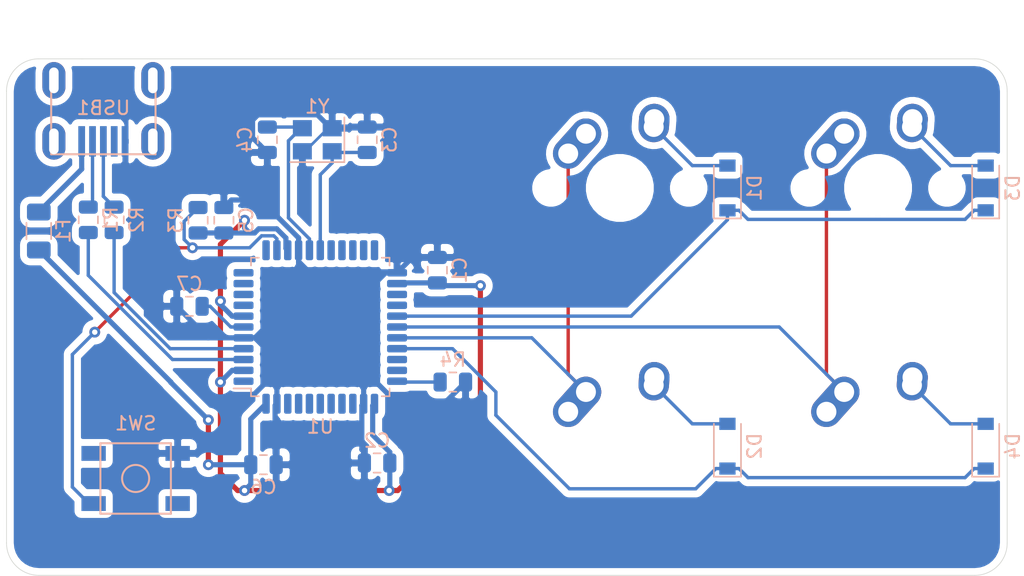
<source format=kicad_pcb>
(kicad_pcb (version 20171130) (host pcbnew "(5.1.4)-1")

  (general
    (thickness 1.6)
    (drawings 9)
    (tracks 197)
    (zones 0)
    (modules 24)
    (nets 45)
  )

  (page A4)
  (layers
    (0 F.Cu signal)
    (31 B.Cu signal)
    (32 B.Adhes user)
    (33 F.Adhes user)
    (34 B.Paste user)
    (35 F.Paste user)
    (36 B.SilkS user)
    (37 F.SilkS user)
    (38 B.Mask user)
    (39 F.Mask user)
    (40 Dwgs.User user)
    (41 Cmts.User user)
    (42 Eco1.User user)
    (43 Eco2.User user)
    (44 Edge.Cuts user)
    (45 Margin user)
    (46 B.CrtYd user)
    (47 F.CrtYd user)
    (48 B.Fab user)
    (49 F.Fab user)
  )

  (setup
    (last_trace_width 0.25)
    (trace_clearance 0.2)
    (zone_clearance 0.508)
    (zone_45_only no)
    (trace_min 0.2)
    (via_size 0.8)
    (via_drill 0.4)
    (via_min_size 0.4)
    (via_min_drill 0.3)
    (uvia_size 0.3)
    (uvia_drill 0.1)
    (uvias_allowed no)
    (uvia_min_size 0.2)
    (uvia_min_drill 0.1)
    (edge_width 0.05)
    (segment_width 0.2)
    (pcb_text_width 0.3)
    (pcb_text_size 1.5 1.5)
    (mod_edge_width 0.12)
    (mod_text_size 1 1)
    (mod_text_width 0.15)
    (pad_size 1.524 1.524)
    (pad_drill 0.762)
    (pad_to_mask_clearance 0.051)
    (solder_mask_min_width 0.25)
    (aux_axis_origin 0 0)
    (visible_elements FFFFFF7F)
    (pcbplotparams
      (layerselection 0x010fc_ffffffff)
      (usegerberextensions false)
      (usegerberattributes false)
      (usegerberadvancedattributes false)
      (creategerberjobfile false)
      (excludeedgelayer true)
      (linewidth 0.100000)
      (plotframeref false)
      (viasonmask false)
      (mode 1)
      (useauxorigin false)
      (hpglpennumber 1)
      (hpglpenspeed 20)
      (hpglpendiameter 15.000000)
      (psnegative false)
      (psa4output false)
      (plotreference true)
      (plotvalue true)
      (plotinvisibletext false)
      (padsonsilk false)
      (subtractmaskfromsilk false)
      (outputformat 1)
      (mirror false)
      (drillshape 1)
      (scaleselection 1)
      (outputdirectory ""))
  )

  (net 0 "")
  (net 1 GND)
  (net 2 +5V)
  (net 3 "Net-(C3-Pad1)")
  (net 4 "Net-(C4-Pad1)")
  (net 5 "Net-(C7-Pad1)")
  (net 6 "Net-(D1-Pad2)")
  (net 7 ROW0)
  (net 8 "Net-(D2-Pad2)")
  (net 9 ROW1)
  (net 10 "Net-(D3-Pad2)")
  (net 11 "Net-(D4-Pad2)")
  (net 12 VCC)
  (net 13 COL0)
  (net 14 COL1)
  (net 15 D-)
  (net 16 "Net-(R1-Pad1)")
  (net 17 D+)
  (net 18 "Net-(R2-Pad1)")
  (net 19 "Net-(R3-Pad1)")
  (net 20 "Net-(R4-Pad2)")
  (net 21 "Net-(U1-Pad42)")
  (net 22 "Net-(U1-Pad41)")
  (net 23 "Net-(U1-Pad40)")
  (net 24 "Net-(U1-Pad39)")
  (net 25 "Net-(U1-Pad38)")
  (net 26 "Net-(U1-Pad37)")
  (net 27 "Net-(U1-Pad36)")
  (net 28 "Net-(U1-Pad32)")
  (net 29 "Net-(U1-Pad31)")
  (net 30 "Net-(U1-Pad26)")
  (net 31 "Net-(U1-Pad25)")
  (net 32 "Net-(U1-Pad22)")
  (net 33 "Net-(U1-Pad21)")
  (net 34 "Net-(U1-Pad20)")
  (net 35 "Net-(U1-Pad19)")
  (net 36 "Net-(U1-Pad18)")
  (net 37 "Net-(U1-Pad12)")
  (net 38 "Net-(U1-Pad11)")
  (net 39 "Net-(U1-Pad10)")
  (net 40 "Net-(U1-Pad9)")
  (net 41 "Net-(U1-Pad8)")
  (net 42 "Net-(U1-Pad1)")
  (net 43 "Net-(USB1-Pad6)")
  (net 44 "Net-(USB1-Pad2)")

  (net_class Default "This is the default net class."
    (clearance 0.2)
    (trace_width 0.25)
    (via_dia 0.8)
    (via_drill 0.4)
    (uvia_dia 0.3)
    (uvia_drill 0.1)
    (add_net COL0)
    (add_net COL1)
    (add_net D+)
    (add_net D-)
    (add_net "Net-(C3-Pad1)")
    (add_net "Net-(C4-Pad1)")
    (add_net "Net-(C7-Pad1)")
    (add_net "Net-(D1-Pad2)")
    (add_net "Net-(D2-Pad2)")
    (add_net "Net-(D3-Pad2)")
    (add_net "Net-(D4-Pad2)")
    (add_net "Net-(R1-Pad1)")
    (add_net "Net-(R2-Pad1)")
    (add_net "Net-(R3-Pad1)")
    (add_net "Net-(R4-Pad2)")
    (add_net "Net-(U1-Pad1)")
    (add_net "Net-(U1-Pad10)")
    (add_net "Net-(U1-Pad11)")
    (add_net "Net-(U1-Pad12)")
    (add_net "Net-(U1-Pad18)")
    (add_net "Net-(U1-Pad19)")
    (add_net "Net-(U1-Pad20)")
    (add_net "Net-(U1-Pad21)")
    (add_net "Net-(U1-Pad22)")
    (add_net "Net-(U1-Pad25)")
    (add_net "Net-(U1-Pad26)")
    (add_net "Net-(U1-Pad31)")
    (add_net "Net-(U1-Pad32)")
    (add_net "Net-(U1-Pad36)")
    (add_net "Net-(U1-Pad37)")
    (add_net "Net-(U1-Pad38)")
    (add_net "Net-(U1-Pad39)")
    (add_net "Net-(U1-Pad40)")
    (add_net "Net-(U1-Pad41)")
    (add_net "Net-(U1-Pad42)")
    (add_net "Net-(U1-Pad8)")
    (add_net "Net-(U1-Pad9)")
    (add_net "Net-(USB1-Pad2)")
    (add_net "Net-(USB1-Pad6)")
    (add_net ROW0)
    (add_net ROW1)
  )

  (net_class Power ""
    (clearance 0.2)
    (trace_width 0.381)
    (via_dia 0.8)
    (via_drill 0.4)
    (uvia_dia 0.3)
    (uvia_drill 0.1)
    (add_net +5V)
    (add_net GND)
    (add_net VCC)
  )

  (module Crystal:Crystal_SMD_3225-4Pin_3.2x2.5mm (layer B.Cu) (tedit 5A0FD1B2) (tstamp 635121C3)
    (at 76.10475 98.83775 180)
    (descr "SMD Crystal SERIES SMD3225/4 http://www.txccrystal.com/images/pdf/7m-accuracy.pdf, 3.2x2.5mm^2 package")
    (tags "SMD SMT crystal")
    (path /63521431)
    (attr smd)
    (fp_text reference Y1 (at 0 2.45) (layer B.SilkS)
      (effects (font (size 1 1) (thickness 0.15)) (justify mirror))
    )
    (fp_text value 16MHz (at 0 -2.45) (layer B.Fab)
      (effects (font (size 1 1) (thickness 0.15)) (justify mirror))
    )
    (fp_text user %R (at 0 0) (layer B.Fab)
      (effects (font (size 0.7 0.7) (thickness 0.105)) (justify mirror))
    )
    (fp_line (start -1.6 1.25) (end -1.6 -1.25) (layer B.Fab) (width 0.1))
    (fp_line (start -1.6 -1.25) (end 1.6 -1.25) (layer B.Fab) (width 0.1))
    (fp_line (start 1.6 -1.25) (end 1.6 1.25) (layer B.Fab) (width 0.1))
    (fp_line (start 1.6 1.25) (end -1.6 1.25) (layer B.Fab) (width 0.1))
    (fp_line (start -1.6 -0.25) (end -0.6 -1.25) (layer B.Fab) (width 0.1))
    (fp_line (start -2 1.65) (end -2 -1.65) (layer B.SilkS) (width 0.12))
    (fp_line (start -2 -1.65) (end 2 -1.65) (layer B.SilkS) (width 0.12))
    (fp_line (start -2.1 1.7) (end -2.1 -1.7) (layer B.CrtYd) (width 0.05))
    (fp_line (start -2.1 -1.7) (end 2.1 -1.7) (layer B.CrtYd) (width 0.05))
    (fp_line (start 2.1 -1.7) (end 2.1 1.7) (layer B.CrtYd) (width 0.05))
    (fp_line (start 2.1 1.7) (end -2.1 1.7) (layer B.CrtYd) (width 0.05))
    (pad 1 smd rect (at -1.1 -0.85 180) (size 1.4 1.2) (layers B.Cu B.Paste B.Mask)
      (net 3 "Net-(C3-Pad1)"))
    (pad 2 smd rect (at 1.1 -0.85 180) (size 1.4 1.2) (layers B.Cu B.Paste B.Mask)
      (net 1 GND))
    (pad 3 smd rect (at 1.1 0.85 180) (size 1.4 1.2) (layers B.Cu B.Paste B.Mask)
      (net 4 "Net-(C4-Pad1)"))
    (pad 4 smd rect (at -1.1 0.85 180) (size 1.4 1.2) (layers B.Cu B.Paste B.Mask)
      (net 1 GND))
    (model ${KISYS3DMOD}/Crystal.3dshapes/Crystal_SMD_3225-4Pin_3.2x2.5mm.wrl
      (at (xyz 0 0 0))
      (scale (xyz 1 1 1))
      (rotate (xyz 0 0 0))
    )
  )

  (module random-keyboard-parts:Molex-0548190589 (layer B.Cu) (tedit 5C494815) (tstamp 6350FE19)
    (at 60.325 94.45625 270)
    (path /6353ACC0)
    (attr smd)
    (fp_text reference USB1 (at 2.032 0 180) (layer B.SilkS)
      (effects (font (size 1 1) (thickness 0.15)) (justify mirror))
    )
    (fp_text value Molex-0548190589 (at -5.08 0 180) (layer Dwgs.User)
      (effects (font (size 1 1) (thickness 0.15)))
    )
    (fp_line (start -3.75 3.85) (end -3.75 -3.85) (layer Dwgs.User) (width 0.15))
    (fp_line (start -1.75 4.572) (end -1.75 -4.572) (layer Dwgs.User) (width 0.15))
    (fp_line (start -3.75 -3.85) (end 0 -3.85) (layer Dwgs.User) (width 0.15))
    (fp_line (start -3.75 3.85) (end 0 3.85) (layer Dwgs.User) (width 0.15))
    (fp_line (start 5.45 3.85) (end 5.45 -3.85) (layer B.SilkS) (width 0.15))
    (fp_line (start 0 -3.85) (end 5.45 -3.85) (layer B.SilkS) (width 0.15))
    (fp_line (start 0 3.85) (end 5.45 3.85) (layer B.SilkS) (width 0.15))
    (fp_line (start -3.75 3.75) (end 5.5 3.75) (layer B.CrtYd) (width 0.15))
    (fp_line (start 5.5 3.75) (end 5.5 -3.75) (layer B.CrtYd) (width 0.15))
    (fp_line (start 5.5 -3.75) (end -3.75 -3.75) (layer B.CrtYd) (width 0.15))
    (fp_line (start -3.75 -3.75) (end -3.75 3.75) (layer B.CrtYd) (width 0.15))
    (fp_line (start 5.5 2) (end 3.25 2) (layer B.CrtYd) (width 0.15))
    (fp_line (start 3.25 2) (end 3.25 -2) (layer B.CrtYd) (width 0.15))
    (fp_line (start 3.25 -2) (end 5.5 -2) (layer B.CrtYd) (width 0.15))
    (fp_line (start 5.5 -1.25) (end 3.25 -1.25) (layer B.CrtYd) (width 0.15))
    (fp_line (start 3.25 -0.5) (end 5.5 -0.5) (layer B.CrtYd) (width 0.15))
    (fp_line (start 5.5 0.5) (end 3.25 0.5) (layer B.CrtYd) (width 0.15))
    (fp_line (start 3.25 1.25) (end 5.5 1.25) (layer B.CrtYd) (width 0.15))
    (fp_text user %R (at 2 0 180) (layer B.CrtYd)
      (effects (font (size 1 1) (thickness 0.15)) (justify mirror))
    )
    (pad 1 smd rect (at 4.5 -1.6 270) (size 2.25 0.5) (layers B.Cu B.Paste B.Mask)
      (net 1 GND))
    (pad 2 smd rect (at 4.5 -0.8 270) (size 2.25 0.5) (layers B.Cu B.Paste B.Mask)
      (net 44 "Net-(USB1-Pad2)"))
    (pad 3 smd rect (at 4.5 0 270) (size 2.25 0.5) (layers B.Cu B.Paste B.Mask)
      (net 17 D+))
    (pad 4 smd rect (at 4.5 0.8 270) (size 2.25 0.5) (layers B.Cu B.Paste B.Mask)
      (net 15 D-))
    (pad 5 smd rect (at 4.5 1.6 270) (size 2.25 0.5) (layers B.Cu B.Paste B.Mask)
      (net 12 VCC))
    (pad 6 thru_hole oval (at 4.5 3.65 270) (size 2.7 1.7) (drill oval 1.9 0.7) (layers *.Cu *.Mask)
      (net 43 "Net-(USB1-Pad6)"))
    (pad 6 thru_hole oval (at 4.5 -3.65 270) (size 2.7 1.7) (drill oval 1.9 0.7) (layers *.Cu *.Mask)
      (net 43 "Net-(USB1-Pad6)"))
    (pad 6 thru_hole oval (at 0 -3.65 270) (size 2.7 1.7) (drill oval 1.9 0.7) (layers *.Cu *.Mask)
      (net 43 "Net-(USB1-Pad6)"))
    (pad 6 thru_hole oval (at 0 3.65 270) (size 2.7 1.7) (drill oval 1.9 0.7) (layers *.Cu *.Mask)
      (net 43 "Net-(USB1-Pad6)"))
  )

  (module Package_QFP:LQFP-44_10x10mm_P0.8mm (layer B.Cu) (tedit 5C18330E) (tstamp 6350FDF9)
    (at 76.327 112.649)
    (descr "LQFP, 44 Pin (https://www.nxp.com/files-static/shared/doc/package_info/98ASS23225W.pdf?&fsrch=1), generated with kicad-footprint-generator ipc_gullwing_generator.py")
    (tags "LQFP QFP")
    (path /63509CC6)
    (attr smd)
    (fp_text reference U1 (at 0 7.35) (layer B.SilkS)
      (effects (font (size 1 1) (thickness 0.15)) (justify mirror))
    )
    (fp_text value ATmega32U4-AU (at 0 -7.35) (layer B.Fab)
      (effects (font (size 1 1) (thickness 0.15)) (justify mirror))
    )
    (fp_line (start 4.535 -5.11) (end 5.11 -5.11) (layer B.SilkS) (width 0.12))
    (fp_line (start 5.11 -5.11) (end 5.11 -4.535) (layer B.SilkS) (width 0.12))
    (fp_line (start -4.535 -5.11) (end -5.11 -5.11) (layer B.SilkS) (width 0.12))
    (fp_line (start -5.11 -5.11) (end -5.11 -4.535) (layer B.SilkS) (width 0.12))
    (fp_line (start 4.535 5.11) (end 5.11 5.11) (layer B.SilkS) (width 0.12))
    (fp_line (start 5.11 5.11) (end 5.11 4.535) (layer B.SilkS) (width 0.12))
    (fp_line (start -4.535 5.11) (end -5.11 5.11) (layer B.SilkS) (width 0.12))
    (fp_line (start -5.11 5.11) (end -5.11 4.535) (layer B.SilkS) (width 0.12))
    (fp_line (start -5.11 4.535) (end -6.4 4.535) (layer B.SilkS) (width 0.12))
    (fp_line (start -4 5) (end 5 5) (layer B.Fab) (width 0.1))
    (fp_line (start 5 5) (end 5 -5) (layer B.Fab) (width 0.1))
    (fp_line (start 5 -5) (end -5 -5) (layer B.Fab) (width 0.1))
    (fp_line (start -5 -5) (end -5 4) (layer B.Fab) (width 0.1))
    (fp_line (start -5 4) (end -4 5) (layer B.Fab) (width 0.1))
    (fp_line (start 0 6.65) (end -4.52 6.65) (layer B.CrtYd) (width 0.05))
    (fp_line (start -4.52 6.65) (end -4.52 5.25) (layer B.CrtYd) (width 0.05))
    (fp_line (start -4.52 5.25) (end -5.25 5.25) (layer B.CrtYd) (width 0.05))
    (fp_line (start -5.25 5.25) (end -5.25 4.52) (layer B.CrtYd) (width 0.05))
    (fp_line (start -5.25 4.52) (end -6.65 4.52) (layer B.CrtYd) (width 0.05))
    (fp_line (start -6.65 4.52) (end -6.65 0) (layer B.CrtYd) (width 0.05))
    (fp_line (start 0 6.65) (end 4.52 6.65) (layer B.CrtYd) (width 0.05))
    (fp_line (start 4.52 6.65) (end 4.52 5.25) (layer B.CrtYd) (width 0.05))
    (fp_line (start 4.52 5.25) (end 5.25 5.25) (layer B.CrtYd) (width 0.05))
    (fp_line (start 5.25 5.25) (end 5.25 4.52) (layer B.CrtYd) (width 0.05))
    (fp_line (start 5.25 4.52) (end 6.65 4.52) (layer B.CrtYd) (width 0.05))
    (fp_line (start 6.65 4.52) (end 6.65 0) (layer B.CrtYd) (width 0.05))
    (fp_line (start 0 -6.65) (end -4.52 -6.65) (layer B.CrtYd) (width 0.05))
    (fp_line (start -4.52 -6.65) (end -4.52 -5.25) (layer B.CrtYd) (width 0.05))
    (fp_line (start -4.52 -5.25) (end -5.25 -5.25) (layer B.CrtYd) (width 0.05))
    (fp_line (start -5.25 -5.25) (end -5.25 -4.52) (layer B.CrtYd) (width 0.05))
    (fp_line (start -5.25 -4.52) (end -6.65 -4.52) (layer B.CrtYd) (width 0.05))
    (fp_line (start -6.65 -4.52) (end -6.65 0) (layer B.CrtYd) (width 0.05))
    (fp_line (start 0 -6.65) (end 4.52 -6.65) (layer B.CrtYd) (width 0.05))
    (fp_line (start 4.52 -6.65) (end 4.52 -5.25) (layer B.CrtYd) (width 0.05))
    (fp_line (start 4.52 -5.25) (end 5.25 -5.25) (layer B.CrtYd) (width 0.05))
    (fp_line (start 5.25 -5.25) (end 5.25 -4.52) (layer B.CrtYd) (width 0.05))
    (fp_line (start 5.25 -4.52) (end 6.65 -4.52) (layer B.CrtYd) (width 0.05))
    (fp_line (start 6.65 -4.52) (end 6.65 0) (layer B.CrtYd) (width 0.05))
    (fp_text user %R (at 0 0) (layer B.Fab)
      (effects (font (size 1 1) (thickness 0.15)) (justify mirror))
    )
    (pad 1 smd roundrect (at -5.6625 4) (size 1.475 0.55) (layers B.Cu B.Paste B.Mask) (roundrect_rratio 0.25)
      (net 42 "Net-(U1-Pad1)"))
    (pad 2 smd roundrect (at -5.6625 3.2) (size 1.475 0.55) (layers B.Cu B.Paste B.Mask) (roundrect_rratio 0.25)
      (net 2 +5V))
    (pad 3 smd roundrect (at -5.6625 2.4) (size 1.475 0.55) (layers B.Cu B.Paste B.Mask) (roundrect_rratio 0.25)
      (net 16 "Net-(R1-Pad1)"))
    (pad 4 smd roundrect (at -5.6625 1.6) (size 1.475 0.55) (layers B.Cu B.Paste B.Mask) (roundrect_rratio 0.25)
      (net 18 "Net-(R2-Pad1)"))
    (pad 5 smd roundrect (at -5.6625 0.8) (size 1.475 0.55) (layers B.Cu B.Paste B.Mask) (roundrect_rratio 0.25)
      (net 1 GND))
    (pad 6 smd roundrect (at -5.6625 0) (size 1.475 0.55) (layers B.Cu B.Paste B.Mask) (roundrect_rratio 0.25)
      (net 5 "Net-(C7-Pad1)"))
    (pad 7 smd roundrect (at -5.6625 -0.8) (size 1.475 0.55) (layers B.Cu B.Paste B.Mask) (roundrect_rratio 0.25)
      (net 2 +5V))
    (pad 8 smd roundrect (at -5.6625 -1.6) (size 1.475 0.55) (layers B.Cu B.Paste B.Mask) (roundrect_rratio 0.25)
      (net 41 "Net-(U1-Pad8)"))
    (pad 9 smd roundrect (at -5.6625 -2.4) (size 1.475 0.55) (layers B.Cu B.Paste B.Mask) (roundrect_rratio 0.25)
      (net 40 "Net-(U1-Pad9)"))
    (pad 10 smd roundrect (at -5.6625 -3.2) (size 1.475 0.55) (layers B.Cu B.Paste B.Mask) (roundrect_rratio 0.25)
      (net 39 "Net-(U1-Pad10)"))
    (pad 11 smd roundrect (at -5.6625 -4) (size 1.475 0.55) (layers B.Cu B.Paste B.Mask) (roundrect_rratio 0.25)
      (net 38 "Net-(U1-Pad11)"))
    (pad 12 smd roundrect (at -4 -5.6625) (size 0.55 1.475) (layers B.Cu B.Paste B.Mask) (roundrect_rratio 0.25)
      (net 37 "Net-(U1-Pad12)"))
    (pad 13 smd roundrect (at -3.2 -5.6625) (size 0.55 1.475) (layers B.Cu B.Paste B.Mask) (roundrect_rratio 0.25)
      (net 19 "Net-(R3-Pad1)"))
    (pad 14 smd roundrect (at -2.4 -5.6625) (size 0.55 1.475) (layers B.Cu B.Paste B.Mask) (roundrect_rratio 0.25)
      (net 2 +5V))
    (pad 15 smd roundrect (at -1.6 -5.6625) (size 0.55 1.475) (layers B.Cu B.Paste B.Mask) (roundrect_rratio 0.25)
      (net 1 GND))
    (pad 16 smd roundrect (at -0.8 -5.6625) (size 0.55 1.475) (layers B.Cu B.Paste B.Mask) (roundrect_rratio 0.25)
      (net 4 "Net-(C4-Pad1)"))
    (pad 17 smd roundrect (at 0 -5.6625) (size 0.55 1.475) (layers B.Cu B.Paste B.Mask) (roundrect_rratio 0.25)
      (net 3 "Net-(C3-Pad1)"))
    (pad 18 smd roundrect (at 0.8 -5.6625) (size 0.55 1.475) (layers B.Cu B.Paste B.Mask) (roundrect_rratio 0.25)
      (net 36 "Net-(U1-Pad18)"))
    (pad 19 smd roundrect (at 1.6 -5.6625) (size 0.55 1.475) (layers B.Cu B.Paste B.Mask) (roundrect_rratio 0.25)
      (net 35 "Net-(U1-Pad19)"))
    (pad 20 smd roundrect (at 2.4 -5.6625) (size 0.55 1.475) (layers B.Cu B.Paste B.Mask) (roundrect_rratio 0.25)
      (net 34 "Net-(U1-Pad20)"))
    (pad 21 smd roundrect (at 3.2 -5.6625) (size 0.55 1.475) (layers B.Cu B.Paste B.Mask) (roundrect_rratio 0.25)
      (net 33 "Net-(U1-Pad21)"))
    (pad 22 smd roundrect (at 4 -5.6625) (size 0.55 1.475) (layers B.Cu B.Paste B.Mask) (roundrect_rratio 0.25)
      (net 32 "Net-(U1-Pad22)"))
    (pad 23 smd roundrect (at 5.6625 -4) (size 1.475 0.55) (layers B.Cu B.Paste B.Mask) (roundrect_rratio 0.25)
      (net 1 GND))
    (pad 24 smd roundrect (at 5.6625 -3.2) (size 1.475 0.55) (layers B.Cu B.Paste B.Mask) (roundrect_rratio 0.25)
      (net 2 +5V))
    (pad 25 smd roundrect (at 5.6625 -2.4) (size 1.475 0.55) (layers B.Cu B.Paste B.Mask) (roundrect_rratio 0.25)
      (net 31 "Net-(U1-Pad25)"))
    (pad 26 smd roundrect (at 5.6625 -1.6) (size 1.475 0.55) (layers B.Cu B.Paste B.Mask) (roundrect_rratio 0.25)
      (net 30 "Net-(U1-Pad26)"))
    (pad 27 smd roundrect (at 5.6625 -0.8) (size 1.475 0.55) (layers B.Cu B.Paste B.Mask) (roundrect_rratio 0.25)
      (net 7 ROW0))
    (pad 28 smd roundrect (at 5.6625 0) (size 1.475 0.55) (layers B.Cu B.Paste B.Mask) (roundrect_rratio 0.25)
      (net 14 COL1))
    (pad 29 smd roundrect (at 5.6625 0.8) (size 1.475 0.55) (layers B.Cu B.Paste B.Mask) (roundrect_rratio 0.25)
      (net 13 COL0))
    (pad 30 smd roundrect (at 5.6625 1.6) (size 1.475 0.55) (layers B.Cu B.Paste B.Mask) (roundrect_rratio 0.25)
      (net 9 ROW1))
    (pad 31 smd roundrect (at 5.6625 2.4) (size 1.475 0.55) (layers B.Cu B.Paste B.Mask) (roundrect_rratio 0.25)
      (net 29 "Net-(U1-Pad31)"))
    (pad 32 smd roundrect (at 5.6625 3.2) (size 1.475 0.55) (layers B.Cu B.Paste B.Mask) (roundrect_rratio 0.25)
      (net 28 "Net-(U1-Pad32)"))
    (pad 33 smd roundrect (at 5.6625 4) (size 1.475 0.55) (layers B.Cu B.Paste B.Mask) (roundrect_rratio 0.25)
      (net 20 "Net-(R4-Pad2)"))
    (pad 34 smd roundrect (at 4 5.6625) (size 0.55 1.475) (layers B.Cu B.Paste B.Mask) (roundrect_rratio 0.25)
      (net 2 +5V))
    (pad 35 smd roundrect (at 3.2 5.6625) (size 0.55 1.475) (layers B.Cu B.Paste B.Mask) (roundrect_rratio 0.25)
      (net 1 GND))
    (pad 36 smd roundrect (at 2.4 5.6625) (size 0.55 1.475) (layers B.Cu B.Paste B.Mask) (roundrect_rratio 0.25)
      (net 27 "Net-(U1-Pad36)"))
    (pad 37 smd roundrect (at 1.6 5.6625) (size 0.55 1.475) (layers B.Cu B.Paste B.Mask) (roundrect_rratio 0.25)
      (net 26 "Net-(U1-Pad37)"))
    (pad 38 smd roundrect (at 0.8 5.6625) (size 0.55 1.475) (layers B.Cu B.Paste B.Mask) (roundrect_rratio 0.25)
      (net 25 "Net-(U1-Pad38)"))
    (pad 39 smd roundrect (at 0 5.6625) (size 0.55 1.475) (layers B.Cu B.Paste B.Mask) (roundrect_rratio 0.25)
      (net 24 "Net-(U1-Pad39)"))
    (pad 40 smd roundrect (at -0.8 5.6625) (size 0.55 1.475) (layers B.Cu B.Paste B.Mask) (roundrect_rratio 0.25)
      (net 23 "Net-(U1-Pad40)"))
    (pad 41 smd roundrect (at -1.6 5.6625) (size 0.55 1.475) (layers B.Cu B.Paste B.Mask) (roundrect_rratio 0.25)
      (net 22 "Net-(U1-Pad41)"))
    (pad 42 smd roundrect (at -2.4 5.6625) (size 0.55 1.475) (layers B.Cu B.Paste B.Mask) (roundrect_rratio 0.25)
      (net 21 "Net-(U1-Pad42)"))
    (pad 43 smd roundrect (at -3.2 5.6625) (size 0.55 1.475) (layers B.Cu B.Paste B.Mask) (roundrect_rratio 0.25)
      (net 1 GND))
    (pad 44 smd roundrect (at -4 5.6625) (size 0.55 1.475) (layers B.Cu B.Paste B.Mask) (roundrect_rratio 0.25)
      (net 2 +5V))
    (model ${KISYS3DMOD}/Package_QFP.3dshapes/LQFP-44_10x10mm_P0.8mm.wrl
      (at (xyz 0 0 0))
      (scale (xyz 1 1 1))
      (rotate (xyz 0 0 0))
    )
  )

  (module random-keyboard-parts:SKQG-1155865 (layer B.Cu) (tedit 5E62B398) (tstamp 6350FDA2)
    (at 62.70625 123.825)
    (path /6352E5EB)
    (attr smd)
    (fp_text reference SW1 (at 0 -4.064) (layer B.SilkS)
      (effects (font (size 1 1) (thickness 0.15)) (justify mirror))
    )
    (fp_text value SW_Push (at 0 4.064) (layer B.Fab)
      (effects (font (size 1 1) (thickness 0.15)) (justify mirror))
    )
    (fp_line (start -2.6 -1.1) (end -1.1 -2.6) (layer B.Fab) (width 0.15))
    (fp_line (start 2.6 -1.1) (end 1.1 -2.6) (layer B.Fab) (width 0.15))
    (fp_line (start 2.6 1.1) (end 1.1 2.6) (layer B.Fab) (width 0.15))
    (fp_line (start -2.6 1.1) (end -1.1 2.6) (layer B.Fab) (width 0.15))
    (fp_circle (center 0 0) (end 1 0) (layer B.Fab) (width 0.15))
    (fp_line (start -4.2 1.1) (end -4.2 2.6) (layer B.Fab) (width 0.15))
    (fp_line (start -2.6 1.1) (end -4.2 1.1) (layer B.Fab) (width 0.15))
    (fp_line (start -2.6 -1.1) (end -2.6 1.1) (layer B.Fab) (width 0.15))
    (fp_line (start -4.2 -1.1) (end -2.6 -1.1) (layer B.Fab) (width 0.15))
    (fp_line (start -4.2 -2.6) (end -4.2 -1.1) (layer B.Fab) (width 0.15))
    (fp_line (start 4.2 -2.6) (end -4.2 -2.6) (layer B.Fab) (width 0.15))
    (fp_line (start 4.2 -1.1) (end 4.2 -2.6) (layer B.Fab) (width 0.15))
    (fp_line (start 2.6 -1.1) (end 4.2 -1.1) (layer B.Fab) (width 0.15))
    (fp_line (start 2.6 1.1) (end 2.6 -1.1) (layer B.Fab) (width 0.15))
    (fp_line (start 4.2 1.1) (end 2.6 1.1) (layer B.Fab) (width 0.15))
    (fp_line (start 4.2 2.6) (end 4.2 1.2) (layer B.Fab) (width 0.15))
    (fp_line (start -4.2 2.6) (end 4.2 2.6) (layer B.Fab) (width 0.15))
    (fp_circle (center 0 0) (end 1 0) (layer B.SilkS) (width 0.15))
    (fp_line (start -2.6 -2.6) (end -2.6 2.6) (layer B.SilkS) (width 0.15))
    (fp_line (start 2.6 -2.6) (end -2.6 -2.6) (layer B.SilkS) (width 0.15))
    (fp_line (start 2.6 2.6) (end 2.6 -2.6) (layer B.SilkS) (width 0.15))
    (fp_line (start -2.6 2.6) (end 2.6 2.6) (layer B.SilkS) (width 0.15))
    (pad 1 smd rect (at 3.1 -1.85) (size 1.8 1.1) (layers B.Cu B.Paste B.Mask)
      (net 1 GND))
    (pad 2 smd rect (at -3.1 1.85) (size 1.8 1.1) (layers B.Cu B.Paste B.Mask)
      (net 19 "Net-(R3-Pad1)"))
    (pad 3 smd rect (at 3.1 1.85) (size 1.8 1.1) (layers B.Cu B.Paste B.Mask))
    (pad 4 smd rect (at -3.1 -1.85) (size 1.8 1.1) (layers B.Cu B.Paste B.Mask))
    (model ${KISYS3DMOD}/Button_Switch_SMD.3dshapes/SW_SPST_TL3342.step
      (at (xyz 0 0 0))
      (scale (xyz 1 1 1))
      (rotate (xyz 0 0 0))
    )
  )

  (module Resistor_SMD:R_0805_2012Metric (layer B.Cu) (tedit 5B36C52B) (tstamp 63515244)
    (at 86.106 116.713 180)
    (descr "Resistor SMD 0805 (2012 Metric), square (rectangular) end terminal, IPC_7351 nominal, (Body size source: https://docs.google.com/spreadsheets/d/1BsfQQcO9C6DZCsRaXUlFlo91Tg2WpOkGARC1WS5S8t0/edit?usp=sharing), generated with kicad-footprint-generator")
    (tags resistor)
    (path /635119BA)
    (attr smd)
    (fp_text reference R4 (at 0 1.65) (layer B.SilkS)
      (effects (font (size 1 1) (thickness 0.15)) (justify mirror))
    )
    (fp_text value 10k (at 0 -1.65) (layer B.Fab)
      (effects (font (size 1 1) (thickness 0.15)) (justify mirror))
    )
    (fp_line (start -1 -0.6) (end -1 0.6) (layer B.Fab) (width 0.1))
    (fp_line (start -1 0.6) (end 1 0.6) (layer B.Fab) (width 0.1))
    (fp_line (start 1 0.6) (end 1 -0.6) (layer B.Fab) (width 0.1))
    (fp_line (start 1 -0.6) (end -1 -0.6) (layer B.Fab) (width 0.1))
    (fp_line (start -0.258578 0.71) (end 0.258578 0.71) (layer B.SilkS) (width 0.12))
    (fp_line (start -0.258578 -0.71) (end 0.258578 -0.71) (layer B.SilkS) (width 0.12))
    (fp_line (start -1.68 -0.95) (end -1.68 0.95) (layer B.CrtYd) (width 0.05))
    (fp_line (start -1.68 0.95) (end 1.68 0.95) (layer B.CrtYd) (width 0.05))
    (fp_line (start 1.68 0.95) (end 1.68 -0.95) (layer B.CrtYd) (width 0.05))
    (fp_line (start 1.68 -0.95) (end -1.68 -0.95) (layer B.CrtYd) (width 0.05))
    (fp_text user %R (at 0 0) (layer B.Fab)
      (effects (font (size 0.5 0.5) (thickness 0.08)) (justify mirror))
    )
    (pad 1 smd roundrect (at -0.9375 0 180) (size 0.975 1.4) (layers B.Cu B.Paste B.Mask) (roundrect_rratio 0.25)
      (net 1 GND))
    (pad 2 smd roundrect (at 0.9375 0 180) (size 0.975 1.4) (layers B.Cu B.Paste B.Mask) (roundrect_rratio 0.25)
      (net 20 "Net-(R4-Pad2)"))
    (model ${KISYS3DMOD}/Resistor_SMD.3dshapes/R_0805_2012Metric.wrl
      (at (xyz 0 0 0))
      (scale (xyz 1 1 1))
      (rotate (xyz 0 0 0))
    )
  )

  (module Resistor_SMD:R_0805_2012Metric (layer B.Cu) (tedit 5B36C52B) (tstamp 6350FD73)
    (at 67.31 104.775 270)
    (descr "Resistor SMD 0805 (2012 Metric), square (rectangular) end terminal, IPC_7351 nominal, (Body size source: https://docs.google.com/spreadsheets/d/1BsfQQcO9C6DZCsRaXUlFlo91Tg2WpOkGARC1WS5S8t0/edit?usp=sharing), generated with kicad-footprint-generator")
    (tags resistor)
    (path /63530FDB)
    (attr smd)
    (fp_text reference R3 (at 0 1.65 90) (layer B.SilkS)
      (effects (font (size 1 1) (thickness 0.15)) (justify mirror))
    )
    (fp_text value 10k (at 0 -1.65 90) (layer B.Fab)
      (effects (font (size 1 1) (thickness 0.15)) (justify mirror))
    )
    (fp_line (start -1 -0.6) (end -1 0.6) (layer B.Fab) (width 0.1))
    (fp_line (start -1 0.6) (end 1 0.6) (layer B.Fab) (width 0.1))
    (fp_line (start 1 0.6) (end 1 -0.6) (layer B.Fab) (width 0.1))
    (fp_line (start 1 -0.6) (end -1 -0.6) (layer B.Fab) (width 0.1))
    (fp_line (start -0.258578 0.71) (end 0.258578 0.71) (layer B.SilkS) (width 0.12))
    (fp_line (start -0.258578 -0.71) (end 0.258578 -0.71) (layer B.SilkS) (width 0.12))
    (fp_line (start -1.68 -0.95) (end -1.68 0.95) (layer B.CrtYd) (width 0.05))
    (fp_line (start -1.68 0.95) (end 1.68 0.95) (layer B.CrtYd) (width 0.05))
    (fp_line (start 1.68 0.95) (end 1.68 -0.95) (layer B.CrtYd) (width 0.05))
    (fp_line (start 1.68 -0.95) (end -1.68 -0.95) (layer B.CrtYd) (width 0.05))
    (fp_text user %R (at 0 0 90) (layer B.Fab)
      (effects (font (size 0.5 0.5) (thickness 0.08)) (justify mirror))
    )
    (pad 1 smd roundrect (at -0.9375 0 270) (size 0.975 1.4) (layers B.Cu B.Paste B.Mask) (roundrect_rratio 0.25)
      (net 19 "Net-(R3-Pad1)"))
    (pad 2 smd roundrect (at 0.9375 0 270) (size 0.975 1.4) (layers B.Cu B.Paste B.Mask) (roundrect_rratio 0.25)
      (net 2 +5V))
    (model ${KISYS3DMOD}/Resistor_SMD.3dshapes/R_0805_2012Metric.wrl
      (at (xyz 0 0 0))
      (scale (xyz 1 1 1))
      (rotate (xyz 0 0 0))
    )
  )

  (module Resistor_SMD:R_0805_2012Metric (layer B.Cu) (tedit 5B36C52B) (tstamp 6350FD62)
    (at 61.11875 104.74325 90)
    (descr "Resistor SMD 0805 (2012 Metric), square (rectangular) end terminal, IPC_7351 nominal, (Body size source: https://docs.google.com/spreadsheets/d/1BsfQQcO9C6DZCsRaXUlFlo91Tg2WpOkGARC1WS5S8t0/edit?usp=sharing), generated with kicad-footprint-generator")
    (tags resistor)
    (path /6351726E)
    (attr smd)
    (fp_text reference R2 (at 0 1.65 90) (layer B.SilkS)
      (effects (font (size 1 1) (thickness 0.15)) (justify mirror))
    )
    (fp_text value 22 (at 0 -1.65 90) (layer B.Fab)
      (effects (font (size 1 1) (thickness 0.15)) (justify mirror))
    )
    (fp_line (start -1 -0.6) (end -1 0.6) (layer B.Fab) (width 0.1))
    (fp_line (start -1 0.6) (end 1 0.6) (layer B.Fab) (width 0.1))
    (fp_line (start 1 0.6) (end 1 -0.6) (layer B.Fab) (width 0.1))
    (fp_line (start 1 -0.6) (end -1 -0.6) (layer B.Fab) (width 0.1))
    (fp_line (start -0.258578 0.71) (end 0.258578 0.71) (layer B.SilkS) (width 0.12))
    (fp_line (start -0.258578 -0.71) (end 0.258578 -0.71) (layer B.SilkS) (width 0.12))
    (fp_line (start -1.68 -0.95) (end -1.68 0.95) (layer B.CrtYd) (width 0.05))
    (fp_line (start -1.68 0.95) (end 1.68 0.95) (layer B.CrtYd) (width 0.05))
    (fp_line (start 1.68 0.95) (end 1.68 -0.95) (layer B.CrtYd) (width 0.05))
    (fp_line (start 1.68 -0.95) (end -1.68 -0.95) (layer B.CrtYd) (width 0.05))
    (fp_text user %R (at 0 0 90) (layer B.Fab)
      (effects (font (size 0.5 0.5) (thickness 0.08)) (justify mirror))
    )
    (pad 1 smd roundrect (at -0.9375 0 90) (size 0.975 1.4) (layers B.Cu B.Paste B.Mask) (roundrect_rratio 0.25)
      (net 18 "Net-(R2-Pad1)"))
    (pad 2 smd roundrect (at 0.9375 0 90) (size 0.975 1.4) (layers B.Cu B.Paste B.Mask) (roundrect_rratio 0.25)
      (net 17 D+))
    (model ${KISYS3DMOD}/Resistor_SMD.3dshapes/R_0805_2012Metric.wrl
      (at (xyz 0 0 0))
      (scale (xyz 1 1 1))
      (rotate (xyz 0 0 0))
    )
  )

  (module Resistor_SMD:R_0805_2012Metric (layer B.Cu) (tedit 5B36C52B) (tstamp 6350FD51)
    (at 59.21375 104.74325 90)
    (descr "Resistor SMD 0805 (2012 Metric), square (rectangular) end terminal, IPC_7351 nominal, (Body size source: https://docs.google.com/spreadsheets/d/1BsfQQcO9C6DZCsRaXUlFlo91Tg2WpOkGARC1WS5S8t0/edit?usp=sharing), generated with kicad-footprint-generator")
    (tags resistor)
    (path /63517F45)
    (attr smd)
    (fp_text reference R1 (at 0 1.65 90) (layer B.SilkS)
      (effects (font (size 1 1) (thickness 0.15)) (justify mirror))
    )
    (fp_text value 22 (at 0 -1.65 90) (layer B.Fab)
      (effects (font (size 1 1) (thickness 0.15)) (justify mirror))
    )
    (fp_line (start -1 -0.6) (end -1 0.6) (layer B.Fab) (width 0.1))
    (fp_line (start -1 0.6) (end 1 0.6) (layer B.Fab) (width 0.1))
    (fp_line (start 1 0.6) (end 1 -0.6) (layer B.Fab) (width 0.1))
    (fp_line (start 1 -0.6) (end -1 -0.6) (layer B.Fab) (width 0.1))
    (fp_line (start -0.258578 0.71) (end 0.258578 0.71) (layer B.SilkS) (width 0.12))
    (fp_line (start -0.258578 -0.71) (end 0.258578 -0.71) (layer B.SilkS) (width 0.12))
    (fp_line (start -1.68 -0.95) (end -1.68 0.95) (layer B.CrtYd) (width 0.05))
    (fp_line (start -1.68 0.95) (end 1.68 0.95) (layer B.CrtYd) (width 0.05))
    (fp_line (start 1.68 0.95) (end 1.68 -0.95) (layer B.CrtYd) (width 0.05))
    (fp_line (start 1.68 -0.95) (end -1.68 -0.95) (layer B.CrtYd) (width 0.05))
    (fp_text user %R (at 0 0 90) (layer B.Fab)
      (effects (font (size 0.5 0.5) (thickness 0.08)) (justify mirror))
    )
    (pad 1 smd roundrect (at -0.9375 0 90) (size 0.975 1.4) (layers B.Cu B.Paste B.Mask) (roundrect_rratio 0.25)
      (net 16 "Net-(R1-Pad1)"))
    (pad 2 smd roundrect (at 0.9375 0 90) (size 0.975 1.4) (layers B.Cu B.Paste B.Mask) (roundrect_rratio 0.25)
      (net 15 D-))
    (model ${KISYS3DMOD}/Resistor_SMD.3dshapes/R_0805_2012Metric.wrl
      (at (xyz 0 0 0))
      (scale (xyz 1 1 1))
      (rotate (xyz 0 0 0))
    )
  )

  (module MX_Alps_Hybrid:MX-1U-NoLED (layer F.Cu) (tedit 5A9F5203) (tstamp 6350FD40)
    (at 117.475 121.44375)
    (path /63553990)
    (fp_text reference MX4 (at 0 3.175) (layer Dwgs.User)
      (effects (font (size 1 1) (thickness 0.15)))
    )
    (fp_text value MX-NoLED (at 0 -7.9375) (layer Dwgs.User)
      (effects (font (size 1 1) (thickness 0.15)))
    )
    (fp_line (start 5 -7) (end 7 -7) (layer Dwgs.User) (width 0.15))
    (fp_line (start 7 -7) (end 7 -5) (layer Dwgs.User) (width 0.15))
    (fp_line (start 5 7) (end 7 7) (layer Dwgs.User) (width 0.15))
    (fp_line (start 7 7) (end 7 5) (layer Dwgs.User) (width 0.15))
    (fp_line (start -7 5) (end -7 7) (layer Dwgs.User) (width 0.15))
    (fp_line (start -7 7) (end -5 7) (layer Dwgs.User) (width 0.15))
    (fp_line (start -5 -7) (end -7 -7) (layer Dwgs.User) (width 0.15))
    (fp_line (start -7 -7) (end -7 -5) (layer Dwgs.User) (width 0.15))
    (fp_line (start -9.525 -9.525) (end 9.525 -9.525) (layer Dwgs.User) (width 0.15))
    (fp_line (start 9.525 -9.525) (end 9.525 9.525) (layer Dwgs.User) (width 0.15))
    (fp_line (start 9.525 9.525) (end -9.525 9.525) (layer Dwgs.User) (width 0.15))
    (fp_line (start -9.525 9.525) (end -9.525 -9.525) (layer Dwgs.User) (width 0.15))
    (pad 2 thru_hole oval (at 2.5 -4.5 86.0548) (size 2.831378 2.25) (drill 1.47 (offset 0.290689 0)) (layers *.Cu B.Mask)
      (net 11 "Net-(D4-Pad2)"))
    (pad 2 thru_hole circle (at 2.54 -5.08) (size 2.25 2.25) (drill 1.47) (layers *.Cu B.Mask)
      (net 11 "Net-(D4-Pad2)"))
    (pad 1 thru_hole oval (at -3.81 -2.54 48.0996) (size 4.211556 2.25) (drill 1.47 (offset 0.980778 0)) (layers *.Cu B.Mask)
      (net 14 COL1))
    (pad "" np_thru_hole circle (at 0 0) (size 3.9878 3.9878) (drill 3.9878) (layers *.Cu *.Mask))
    (pad 1 thru_hole circle (at -2.5 -4) (size 2.25 2.25) (drill 1.47) (layers *.Cu B.Mask)
      (net 14 COL1))
    (pad "" np_thru_hole circle (at -5.08 0 48.0996) (size 1.75 1.75) (drill 1.75) (layers *.Cu *.Mask))
    (pad "" np_thru_hole circle (at 5.08 0 48.0996) (size 1.75 1.75) (drill 1.75) (layers *.Cu *.Mask))
  )

  (module MX_Alps_Hybrid:MX-1U-NoLED (layer F.Cu) (tedit 5A9F5203) (tstamp 6350FD29)
    (at 117.475 102.39375)
    (path /6354CD85)
    (fp_text reference MX3 (at 0 3.175) (layer Dwgs.User)
      (effects (font (size 1 1) (thickness 0.15)))
    )
    (fp_text value MX-NoLED (at 0 -7.9375) (layer Dwgs.User)
      (effects (font (size 1 1) (thickness 0.15)))
    )
    (fp_line (start 5 -7) (end 7 -7) (layer Dwgs.User) (width 0.15))
    (fp_line (start 7 -7) (end 7 -5) (layer Dwgs.User) (width 0.15))
    (fp_line (start 5 7) (end 7 7) (layer Dwgs.User) (width 0.15))
    (fp_line (start 7 7) (end 7 5) (layer Dwgs.User) (width 0.15))
    (fp_line (start -7 5) (end -7 7) (layer Dwgs.User) (width 0.15))
    (fp_line (start -7 7) (end -5 7) (layer Dwgs.User) (width 0.15))
    (fp_line (start -5 -7) (end -7 -7) (layer Dwgs.User) (width 0.15))
    (fp_line (start -7 -7) (end -7 -5) (layer Dwgs.User) (width 0.15))
    (fp_line (start -9.525 -9.525) (end 9.525 -9.525) (layer Dwgs.User) (width 0.15))
    (fp_line (start 9.525 -9.525) (end 9.525 9.525) (layer Dwgs.User) (width 0.15))
    (fp_line (start 9.525 9.525) (end -9.525 9.525) (layer Dwgs.User) (width 0.15))
    (fp_line (start -9.525 9.525) (end -9.525 -9.525) (layer Dwgs.User) (width 0.15))
    (pad 2 thru_hole oval (at 2.5 -4.5 86.0548) (size 2.831378 2.25) (drill 1.47 (offset 0.290689 0)) (layers *.Cu B.Mask)
      (net 10 "Net-(D3-Pad2)"))
    (pad 2 thru_hole circle (at 2.54 -5.08) (size 2.25 2.25) (drill 1.47) (layers *.Cu B.Mask)
      (net 10 "Net-(D3-Pad2)"))
    (pad 1 thru_hole oval (at -3.81 -2.54 48.0996) (size 4.211556 2.25) (drill 1.47 (offset 0.980778 0)) (layers *.Cu B.Mask)
      (net 14 COL1))
    (pad "" np_thru_hole circle (at 0 0) (size 3.9878 3.9878) (drill 3.9878) (layers *.Cu *.Mask))
    (pad 1 thru_hole circle (at -2.5 -4) (size 2.25 2.25) (drill 1.47) (layers *.Cu B.Mask)
      (net 14 COL1))
    (pad "" np_thru_hole circle (at -5.08 0 48.0996) (size 1.75 1.75) (drill 1.75) (layers *.Cu *.Mask))
    (pad "" np_thru_hole circle (at 5.08 0 48.0996) (size 1.75 1.75) (drill 1.75) (layers *.Cu *.Mask))
  )

  (module MX_Alps_Hybrid:MX-1U-NoLED (layer F.Cu) (tedit 5A9F5203) (tstamp 6350FD12)
    (at 98.425 121.44375)
    (path /6354FABD)
    (fp_text reference MX2 (at 0 3.175) (layer Dwgs.User)
      (effects (font (size 1 1) (thickness 0.15)))
    )
    (fp_text value MX-NoLED (at 0 -7.9375) (layer Dwgs.User)
      (effects (font (size 1 1) (thickness 0.15)))
    )
    (fp_line (start 5 -7) (end 7 -7) (layer Dwgs.User) (width 0.15))
    (fp_line (start 7 -7) (end 7 -5) (layer Dwgs.User) (width 0.15))
    (fp_line (start 5 7) (end 7 7) (layer Dwgs.User) (width 0.15))
    (fp_line (start 7 7) (end 7 5) (layer Dwgs.User) (width 0.15))
    (fp_line (start -7 5) (end -7 7) (layer Dwgs.User) (width 0.15))
    (fp_line (start -7 7) (end -5 7) (layer Dwgs.User) (width 0.15))
    (fp_line (start -5 -7) (end -7 -7) (layer Dwgs.User) (width 0.15))
    (fp_line (start -7 -7) (end -7 -5) (layer Dwgs.User) (width 0.15))
    (fp_line (start -9.525 -9.525) (end 9.525 -9.525) (layer Dwgs.User) (width 0.15))
    (fp_line (start 9.525 -9.525) (end 9.525 9.525) (layer Dwgs.User) (width 0.15))
    (fp_line (start 9.525 9.525) (end -9.525 9.525) (layer Dwgs.User) (width 0.15))
    (fp_line (start -9.525 9.525) (end -9.525 -9.525) (layer Dwgs.User) (width 0.15))
    (pad 2 thru_hole oval (at 2.5 -4.5 86.0548) (size 2.831378 2.25) (drill 1.47 (offset 0.290689 0)) (layers *.Cu B.Mask)
      (net 8 "Net-(D2-Pad2)"))
    (pad 2 thru_hole circle (at 2.54 -5.08) (size 2.25 2.25) (drill 1.47) (layers *.Cu B.Mask)
      (net 8 "Net-(D2-Pad2)"))
    (pad 1 thru_hole oval (at -3.81 -2.54 48.0996) (size 4.211556 2.25) (drill 1.47 (offset 0.980778 0)) (layers *.Cu B.Mask)
      (net 13 COL0))
    (pad "" np_thru_hole circle (at 0 0) (size 3.9878 3.9878) (drill 3.9878) (layers *.Cu *.Mask))
    (pad 1 thru_hole circle (at -2.5 -4) (size 2.25 2.25) (drill 1.47) (layers *.Cu B.Mask)
      (net 13 COL0))
    (pad "" np_thru_hole circle (at -5.08 0 48.0996) (size 1.75 1.75) (drill 1.75) (layers *.Cu *.Mask))
    (pad "" np_thru_hole circle (at 5.08 0 48.0996) (size 1.75 1.75) (drill 1.75) (layers *.Cu *.Mask))
  )

  (module MX_Alps_Hybrid:MX-1U-NoLED (layer F.Cu) (tedit 5A9F5203) (tstamp 6350FCFB)
    (at 98.425 102.39375)
    (path /63545B9D)
    (fp_text reference MX1 (at 0 3.175) (layer Dwgs.User)
      (effects (font (size 1 1) (thickness 0.15)))
    )
    (fp_text value MX-NoLED (at 0 -7.9375) (layer Dwgs.User)
      (effects (font (size 1 1) (thickness 0.15)))
    )
    (fp_line (start 5 -7) (end 7 -7) (layer Dwgs.User) (width 0.15))
    (fp_line (start 7 -7) (end 7 -5) (layer Dwgs.User) (width 0.15))
    (fp_line (start 5 7) (end 7 7) (layer Dwgs.User) (width 0.15))
    (fp_line (start 7 7) (end 7 5) (layer Dwgs.User) (width 0.15))
    (fp_line (start -7 5) (end -7 7) (layer Dwgs.User) (width 0.15))
    (fp_line (start -7 7) (end -5 7) (layer Dwgs.User) (width 0.15))
    (fp_line (start -5 -7) (end -7 -7) (layer Dwgs.User) (width 0.15))
    (fp_line (start -7 -7) (end -7 -5) (layer Dwgs.User) (width 0.15))
    (fp_line (start -9.525 -9.525) (end 9.525 -9.525) (layer Dwgs.User) (width 0.15))
    (fp_line (start 9.525 -9.525) (end 9.525 9.525) (layer Dwgs.User) (width 0.15))
    (fp_line (start 9.525 9.525) (end -9.525 9.525) (layer Dwgs.User) (width 0.15))
    (fp_line (start -9.525 9.525) (end -9.525 -9.525) (layer Dwgs.User) (width 0.15))
    (pad 2 thru_hole oval (at 2.5 -4.5 86.0548) (size 2.831378 2.25) (drill 1.47 (offset 0.290689 0)) (layers *.Cu B.Mask)
      (net 6 "Net-(D1-Pad2)"))
    (pad 2 thru_hole circle (at 2.54 -5.08) (size 2.25 2.25) (drill 1.47) (layers *.Cu B.Mask)
      (net 6 "Net-(D1-Pad2)"))
    (pad 1 thru_hole oval (at -3.81 -2.54 48.0996) (size 4.211556 2.25) (drill 1.47 (offset 0.980778 0)) (layers *.Cu B.Mask)
      (net 13 COL0))
    (pad "" np_thru_hole circle (at 0 0) (size 3.9878 3.9878) (drill 3.9878) (layers *.Cu *.Mask))
    (pad 1 thru_hole circle (at -2.5 -4) (size 2.25 2.25) (drill 1.47) (layers *.Cu B.Mask)
      (net 13 COL0))
    (pad "" np_thru_hole circle (at -5.08 0 48.0996) (size 1.75 1.75) (drill 1.75) (layers *.Cu *.Mask))
    (pad "" np_thru_hole circle (at 5.08 0 48.0996) (size 1.75 1.75) (drill 1.75) (layers *.Cu *.Mask))
  )

  (module Fuse:Fuse_1206_3216Metric (layer B.Cu) (tedit 5B301BBE) (tstamp 6350FCE4)
    (at 55.5625 105.56875 90)
    (descr "Fuse SMD 1206 (3216 Metric), square (rectangular) end terminal, IPC_7351 nominal, (Body size source: http://www.tortai-tech.com/upload/download/2011102023233369053.pdf), generated with kicad-footprint-generator")
    (tags resistor)
    (path /6353B547)
    (attr smd)
    (fp_text reference F1 (at 0 1.82 90) (layer B.SilkS)
      (effects (font (size 1 1) (thickness 0.15)) (justify mirror))
    )
    (fp_text value 500mA (at 0 -1.82 90) (layer B.Fab)
      (effects (font (size 1 1) (thickness 0.15)) (justify mirror))
    )
    (fp_line (start -1.6 -0.8) (end -1.6 0.8) (layer B.Fab) (width 0.1))
    (fp_line (start -1.6 0.8) (end 1.6 0.8) (layer B.Fab) (width 0.1))
    (fp_line (start 1.6 0.8) (end 1.6 -0.8) (layer B.Fab) (width 0.1))
    (fp_line (start 1.6 -0.8) (end -1.6 -0.8) (layer B.Fab) (width 0.1))
    (fp_line (start -0.602064 0.91) (end 0.602064 0.91) (layer B.SilkS) (width 0.12))
    (fp_line (start -0.602064 -0.91) (end 0.602064 -0.91) (layer B.SilkS) (width 0.12))
    (fp_line (start -2.28 -1.12) (end -2.28 1.12) (layer B.CrtYd) (width 0.05))
    (fp_line (start -2.28 1.12) (end 2.28 1.12) (layer B.CrtYd) (width 0.05))
    (fp_line (start 2.28 1.12) (end 2.28 -1.12) (layer B.CrtYd) (width 0.05))
    (fp_line (start 2.28 -1.12) (end -2.28 -1.12) (layer B.CrtYd) (width 0.05))
    (fp_text user %R (at 0.1905 0 90) (layer B.Fab)
      (effects (font (size 0.8 0.8) (thickness 0.12)) (justify mirror))
    )
    (pad 1 smd roundrect (at -1.4 0 90) (size 1.25 1.75) (layers B.Cu B.Paste B.Mask) (roundrect_rratio 0.2)
      (net 2 +5V))
    (pad 2 smd roundrect (at 1.4 0 90) (size 1.25 1.75) (layers B.Cu B.Paste B.Mask) (roundrect_rratio 0.2)
      (net 12 VCC))
    (model ${KISYS3DMOD}/Fuse.3dshapes/Fuse_1206_3216Metric.wrl
      (at (xyz 0 0 0))
      (scale (xyz 1 1 1))
      (rotate (xyz 0 0 0))
    )
  )

  (module Diode_SMD:D_SOD-123 (layer B.Cu) (tedit 58645DC7) (tstamp 6350FCD3)
    (at 125.4125 121.44375 90)
    (descr SOD-123)
    (tags SOD-123)
    (path /6355399A)
    (attr smd)
    (fp_text reference D4 (at 0 2 270) (layer B.SilkS)
      (effects (font (size 1 1) (thickness 0.15)) (justify mirror))
    )
    (fp_text value D_Small (at 0 -2.1 270) (layer B.Fab)
      (effects (font (size 1 1) (thickness 0.15)) (justify mirror))
    )
    (fp_text user %R (at 0 2 270) (layer B.Fab)
      (effects (font (size 1 1) (thickness 0.15)) (justify mirror))
    )
    (fp_line (start -2.25 1) (end -2.25 -1) (layer B.SilkS) (width 0.12))
    (fp_line (start 0.25 0) (end 0.75 0) (layer B.Fab) (width 0.1))
    (fp_line (start 0.25 -0.4) (end -0.35 0) (layer B.Fab) (width 0.1))
    (fp_line (start 0.25 0.4) (end 0.25 -0.4) (layer B.Fab) (width 0.1))
    (fp_line (start -0.35 0) (end 0.25 0.4) (layer B.Fab) (width 0.1))
    (fp_line (start -0.35 0) (end -0.35 -0.55) (layer B.Fab) (width 0.1))
    (fp_line (start -0.35 0) (end -0.35 0.55) (layer B.Fab) (width 0.1))
    (fp_line (start -0.75 0) (end -0.35 0) (layer B.Fab) (width 0.1))
    (fp_line (start -1.4 -0.9) (end -1.4 0.9) (layer B.Fab) (width 0.1))
    (fp_line (start 1.4 -0.9) (end -1.4 -0.9) (layer B.Fab) (width 0.1))
    (fp_line (start 1.4 0.9) (end 1.4 -0.9) (layer B.Fab) (width 0.1))
    (fp_line (start -1.4 0.9) (end 1.4 0.9) (layer B.Fab) (width 0.1))
    (fp_line (start -2.35 1.15) (end 2.35 1.15) (layer B.CrtYd) (width 0.05))
    (fp_line (start 2.35 1.15) (end 2.35 -1.15) (layer B.CrtYd) (width 0.05))
    (fp_line (start 2.35 -1.15) (end -2.35 -1.15) (layer B.CrtYd) (width 0.05))
    (fp_line (start -2.35 1.15) (end -2.35 -1.15) (layer B.CrtYd) (width 0.05))
    (fp_line (start -2.25 -1) (end 1.65 -1) (layer B.SilkS) (width 0.12))
    (fp_line (start -2.25 1) (end 1.65 1) (layer B.SilkS) (width 0.12))
    (pad 1 smd rect (at -1.65 0 90) (size 0.9 1.2) (layers B.Cu B.Paste B.Mask)
      (net 9 ROW1))
    (pad 2 smd rect (at 1.65 0 90) (size 0.9 1.2) (layers B.Cu B.Paste B.Mask)
      (net 11 "Net-(D4-Pad2)"))
    (model ${KISYS3DMOD}/Diode_SMD.3dshapes/D_SOD-123.wrl
      (at (xyz 0 0 0))
      (scale (xyz 1 1 1))
      (rotate (xyz 0 0 0))
    )
  )

  (module Diode_SMD:D_SOD-123 (layer B.Cu) (tedit 58645DC7) (tstamp 6350FCBA)
    (at 125.4125 102.39375 90)
    (descr SOD-123)
    (tags SOD-123)
    (path /6354CD8F)
    (attr smd)
    (fp_text reference D3 (at 0 2 90) (layer B.SilkS)
      (effects (font (size 1 1) (thickness 0.15)) (justify mirror))
    )
    (fp_text value D_Small (at 0 -2.1 90) (layer B.Fab)
      (effects (font (size 1 1) (thickness 0.15)) (justify mirror))
    )
    (fp_text user %R (at 0 2 90) (layer B.Fab)
      (effects (font (size 1 1) (thickness 0.15)) (justify mirror))
    )
    (fp_line (start -2.25 1) (end -2.25 -1) (layer B.SilkS) (width 0.12))
    (fp_line (start 0.25 0) (end 0.75 0) (layer B.Fab) (width 0.1))
    (fp_line (start 0.25 -0.4) (end -0.35 0) (layer B.Fab) (width 0.1))
    (fp_line (start 0.25 0.4) (end 0.25 -0.4) (layer B.Fab) (width 0.1))
    (fp_line (start -0.35 0) (end 0.25 0.4) (layer B.Fab) (width 0.1))
    (fp_line (start -0.35 0) (end -0.35 -0.55) (layer B.Fab) (width 0.1))
    (fp_line (start -0.35 0) (end -0.35 0.55) (layer B.Fab) (width 0.1))
    (fp_line (start -0.75 0) (end -0.35 0) (layer B.Fab) (width 0.1))
    (fp_line (start -1.4 -0.9) (end -1.4 0.9) (layer B.Fab) (width 0.1))
    (fp_line (start 1.4 -0.9) (end -1.4 -0.9) (layer B.Fab) (width 0.1))
    (fp_line (start 1.4 0.9) (end 1.4 -0.9) (layer B.Fab) (width 0.1))
    (fp_line (start -1.4 0.9) (end 1.4 0.9) (layer B.Fab) (width 0.1))
    (fp_line (start -2.35 1.15) (end 2.35 1.15) (layer B.CrtYd) (width 0.05))
    (fp_line (start 2.35 1.15) (end 2.35 -1.15) (layer B.CrtYd) (width 0.05))
    (fp_line (start 2.35 -1.15) (end -2.35 -1.15) (layer B.CrtYd) (width 0.05))
    (fp_line (start -2.35 1.15) (end -2.35 -1.15) (layer B.CrtYd) (width 0.05))
    (fp_line (start -2.25 -1) (end 1.65 -1) (layer B.SilkS) (width 0.12))
    (fp_line (start -2.25 1) (end 1.65 1) (layer B.SilkS) (width 0.12))
    (pad 1 smd rect (at -1.65 0 90) (size 0.9 1.2) (layers B.Cu B.Paste B.Mask)
      (net 7 ROW0))
    (pad 2 smd rect (at 1.65 0 90) (size 0.9 1.2) (layers B.Cu B.Paste B.Mask)
      (net 10 "Net-(D3-Pad2)"))
    (model ${KISYS3DMOD}/Diode_SMD.3dshapes/D_SOD-123.wrl
      (at (xyz 0 0 0))
      (scale (xyz 1 1 1))
      (rotate (xyz 0 0 0))
    )
  )

  (module Diode_SMD:D_SOD-123 (layer B.Cu) (tedit 58645DC7) (tstamp 6350FCA1)
    (at 106.3625 121.44375 90)
    (descr SOD-123)
    (tags SOD-123)
    (path /6354FAC7)
    (attr smd)
    (fp_text reference D2 (at 0 2 -90) (layer B.SilkS)
      (effects (font (size 1 1) (thickness 0.15)) (justify mirror))
    )
    (fp_text value D_Small (at 0 -2.1 -90) (layer B.Fab)
      (effects (font (size 1 1) (thickness 0.15)) (justify mirror))
    )
    (fp_text user %R (at 0 2 -90) (layer B.Fab)
      (effects (font (size 1 1) (thickness 0.15)) (justify mirror))
    )
    (fp_line (start -2.25 1) (end -2.25 -1) (layer B.SilkS) (width 0.12))
    (fp_line (start 0.25 0) (end 0.75 0) (layer B.Fab) (width 0.1))
    (fp_line (start 0.25 -0.4) (end -0.35 0) (layer B.Fab) (width 0.1))
    (fp_line (start 0.25 0.4) (end 0.25 -0.4) (layer B.Fab) (width 0.1))
    (fp_line (start -0.35 0) (end 0.25 0.4) (layer B.Fab) (width 0.1))
    (fp_line (start -0.35 0) (end -0.35 -0.55) (layer B.Fab) (width 0.1))
    (fp_line (start -0.35 0) (end -0.35 0.55) (layer B.Fab) (width 0.1))
    (fp_line (start -0.75 0) (end -0.35 0) (layer B.Fab) (width 0.1))
    (fp_line (start -1.4 -0.9) (end -1.4 0.9) (layer B.Fab) (width 0.1))
    (fp_line (start 1.4 -0.9) (end -1.4 -0.9) (layer B.Fab) (width 0.1))
    (fp_line (start 1.4 0.9) (end 1.4 -0.9) (layer B.Fab) (width 0.1))
    (fp_line (start -1.4 0.9) (end 1.4 0.9) (layer B.Fab) (width 0.1))
    (fp_line (start -2.35 1.15) (end 2.35 1.15) (layer B.CrtYd) (width 0.05))
    (fp_line (start 2.35 1.15) (end 2.35 -1.15) (layer B.CrtYd) (width 0.05))
    (fp_line (start 2.35 -1.15) (end -2.35 -1.15) (layer B.CrtYd) (width 0.05))
    (fp_line (start -2.35 1.15) (end -2.35 -1.15) (layer B.CrtYd) (width 0.05))
    (fp_line (start -2.25 -1) (end 1.65 -1) (layer B.SilkS) (width 0.12))
    (fp_line (start -2.25 1) (end 1.65 1) (layer B.SilkS) (width 0.12))
    (pad 1 smd rect (at -1.65 0 90) (size 0.9 1.2) (layers B.Cu B.Paste B.Mask)
      (net 9 ROW1))
    (pad 2 smd rect (at 1.65 0 90) (size 0.9 1.2) (layers B.Cu B.Paste B.Mask)
      (net 8 "Net-(D2-Pad2)"))
    (model ${KISYS3DMOD}/Diode_SMD.3dshapes/D_SOD-123.wrl
      (at (xyz 0 0 0))
      (scale (xyz 1 1 1))
      (rotate (xyz 0 0 0))
    )
  )

  (module Diode_SMD:D_SOD-123 (layer B.Cu) (tedit 58645DC7) (tstamp 6350FC88)
    (at 106.3625 102.39375 90)
    (descr SOD-123)
    (tags SOD-123)
    (path /63546A85)
    (attr smd)
    (fp_text reference D1 (at 0 2 270) (layer B.SilkS)
      (effects (font (size 1 1) (thickness 0.15)) (justify mirror))
    )
    (fp_text value D_Small (at 0 -2.1 270) (layer B.Fab)
      (effects (font (size 1 1) (thickness 0.15)) (justify mirror))
    )
    (fp_text user %R (at 0 2 270) (layer B.Fab)
      (effects (font (size 1 1) (thickness 0.15)) (justify mirror))
    )
    (fp_line (start -2.25 1) (end -2.25 -1) (layer B.SilkS) (width 0.12))
    (fp_line (start 0.25 0) (end 0.75 0) (layer B.Fab) (width 0.1))
    (fp_line (start 0.25 -0.4) (end -0.35 0) (layer B.Fab) (width 0.1))
    (fp_line (start 0.25 0.4) (end 0.25 -0.4) (layer B.Fab) (width 0.1))
    (fp_line (start -0.35 0) (end 0.25 0.4) (layer B.Fab) (width 0.1))
    (fp_line (start -0.35 0) (end -0.35 -0.55) (layer B.Fab) (width 0.1))
    (fp_line (start -0.35 0) (end -0.35 0.55) (layer B.Fab) (width 0.1))
    (fp_line (start -0.75 0) (end -0.35 0) (layer B.Fab) (width 0.1))
    (fp_line (start -1.4 -0.9) (end -1.4 0.9) (layer B.Fab) (width 0.1))
    (fp_line (start 1.4 -0.9) (end -1.4 -0.9) (layer B.Fab) (width 0.1))
    (fp_line (start 1.4 0.9) (end 1.4 -0.9) (layer B.Fab) (width 0.1))
    (fp_line (start -1.4 0.9) (end 1.4 0.9) (layer B.Fab) (width 0.1))
    (fp_line (start -2.35 1.15) (end 2.35 1.15) (layer B.CrtYd) (width 0.05))
    (fp_line (start 2.35 1.15) (end 2.35 -1.15) (layer B.CrtYd) (width 0.05))
    (fp_line (start 2.35 -1.15) (end -2.35 -1.15) (layer B.CrtYd) (width 0.05))
    (fp_line (start -2.35 1.15) (end -2.35 -1.15) (layer B.CrtYd) (width 0.05))
    (fp_line (start -2.25 -1) (end 1.65 -1) (layer B.SilkS) (width 0.12))
    (fp_line (start -2.25 1) (end 1.65 1) (layer B.SilkS) (width 0.12))
    (pad 1 smd rect (at -1.65 0 90) (size 0.9 1.2) (layers B.Cu B.Paste B.Mask)
      (net 7 ROW0))
    (pad 2 smd rect (at 1.65 0 90) (size 0.9 1.2) (layers B.Cu B.Paste B.Mask)
      (net 6 "Net-(D1-Pad2)"))
    (model ${KISYS3DMOD}/Diode_SMD.3dshapes/D_SOD-123.wrl
      (at (xyz 0 0 0))
      (scale (xyz 1 1 1))
      (rotate (xyz 0 0 0))
    )
  )

  (module Capacitor_SMD:C_0805_2012Metric (layer B.Cu) (tedit 5B36C52B) (tstamp 6350FC6F)
    (at 66.675 111.125 180)
    (descr "Capacitor SMD 0805 (2012 Metric), square (rectangular) end terminal, IPC_7351 nominal, (Body size source: https://docs.google.com/spreadsheets/d/1BsfQQcO9C6DZCsRaXUlFlo91Tg2WpOkGARC1WS5S8t0/edit?usp=sharing), generated with kicad-footprint-generator")
    (tags capacitor)
    (path /63519746)
    (attr smd)
    (fp_text reference C7 (at 0 1.65) (layer B.SilkS)
      (effects (font (size 1 1) (thickness 0.15)) (justify mirror))
    )
    (fp_text value 1uF (at 0 -1.65) (layer B.Fab)
      (effects (font (size 1 1) (thickness 0.15)) (justify mirror))
    )
    (fp_line (start -1 -0.6) (end -1 0.6) (layer B.Fab) (width 0.1))
    (fp_line (start -1 0.6) (end 1 0.6) (layer B.Fab) (width 0.1))
    (fp_line (start 1 0.6) (end 1 -0.6) (layer B.Fab) (width 0.1))
    (fp_line (start 1 -0.6) (end -1 -0.6) (layer B.Fab) (width 0.1))
    (fp_line (start -0.258578 0.71) (end 0.258578 0.71) (layer B.SilkS) (width 0.12))
    (fp_line (start -0.258578 -0.71) (end 0.258578 -0.71) (layer B.SilkS) (width 0.12))
    (fp_line (start -1.68 -0.95) (end -1.68 0.95) (layer B.CrtYd) (width 0.05))
    (fp_line (start -1.68 0.95) (end 1.68 0.95) (layer B.CrtYd) (width 0.05))
    (fp_line (start 1.68 0.95) (end 1.68 -0.95) (layer B.CrtYd) (width 0.05))
    (fp_line (start 1.68 -0.95) (end -1.68 -0.95) (layer B.CrtYd) (width 0.05))
    (fp_text user %R (at 0 0) (layer B.Fab)
      (effects (font (size 0.5 0.5) (thickness 0.08)) (justify mirror))
    )
    (pad 1 smd roundrect (at -0.9375 0 180) (size 0.975 1.4) (layers B.Cu B.Paste B.Mask) (roundrect_rratio 0.25)
      (net 5 "Net-(C7-Pad1)"))
    (pad 2 smd roundrect (at 0.9375 0 180) (size 0.975 1.4) (layers B.Cu B.Paste B.Mask) (roundrect_rratio 0.25)
      (net 1 GND))
    (model ${KISYS3DMOD}/Capacitor_SMD.3dshapes/C_0805_2012Metric.wrl
      (at (xyz 0 0 0))
      (scale (xyz 1 1 1))
      (rotate (xyz 0 0 0))
    )
  )

  (module Capacitor_SMD:C_0805_2012Metric (layer B.Cu) (tedit 5B36C52B) (tstamp 635127CB)
    (at 72.136 122.809)
    (descr "Capacitor SMD 0805 (2012 Metric), square (rectangular) end terminal, IPC_7351 nominal, (Body size source: https://docs.google.com/spreadsheets/d/1BsfQQcO9C6DZCsRaXUlFlo91Tg2WpOkGARC1WS5S8t0/edit?usp=sharing), generated with kicad-footprint-generator")
    (tags capacitor)
    (path /6351BB6C)
    (attr smd)
    (fp_text reference C6 (at 0 1.65) (layer B.SilkS)
      (effects (font (size 1 1) (thickness 0.15)) (justify mirror))
    )
    (fp_text value 10uF (at 0 -1.65) (layer B.Fab)
      (effects (font (size 1 1) (thickness 0.15)) (justify mirror))
    )
    (fp_line (start -1 -0.6) (end -1 0.6) (layer B.Fab) (width 0.1))
    (fp_line (start -1 0.6) (end 1 0.6) (layer B.Fab) (width 0.1))
    (fp_line (start 1 0.6) (end 1 -0.6) (layer B.Fab) (width 0.1))
    (fp_line (start 1 -0.6) (end -1 -0.6) (layer B.Fab) (width 0.1))
    (fp_line (start -0.258578 0.71) (end 0.258578 0.71) (layer B.SilkS) (width 0.12))
    (fp_line (start -0.258578 -0.71) (end 0.258578 -0.71) (layer B.SilkS) (width 0.12))
    (fp_line (start -1.68 -0.95) (end -1.68 0.95) (layer B.CrtYd) (width 0.05))
    (fp_line (start -1.68 0.95) (end 1.68 0.95) (layer B.CrtYd) (width 0.05))
    (fp_line (start 1.68 0.95) (end 1.68 -0.95) (layer B.CrtYd) (width 0.05))
    (fp_line (start 1.68 -0.95) (end -1.68 -0.95) (layer B.CrtYd) (width 0.05))
    (fp_text user %R (at 0 0) (layer B.Fab)
      (effects (font (size 0.5 0.5) (thickness 0.08)) (justify mirror))
    )
    (pad 1 smd roundrect (at -0.9375 0) (size 0.975 1.4) (layers B.Cu B.Paste B.Mask) (roundrect_rratio 0.25)
      (net 2 +5V))
    (pad 2 smd roundrect (at 0.9375 0) (size 0.975 1.4) (layers B.Cu B.Paste B.Mask) (roundrect_rratio 0.25)
      (net 1 GND))
    (model ${KISYS3DMOD}/Capacitor_SMD.3dshapes/C_0805_2012Metric.wrl
      (at (xyz 0 0 0))
      (scale (xyz 1 1 1))
      (rotate (xyz 0 0 0))
    )
  )

  (module Capacitor_SMD:C_0805_2012Metric (layer B.Cu) (tedit 5B36C52B) (tstamp 6350FC4D)
    (at 69.215 104.775 90)
    (descr "Capacitor SMD 0805 (2012 Metric), square (rectangular) end terminal, IPC_7351 nominal, (Body size source: https://docs.google.com/spreadsheets/d/1BsfQQcO9C6DZCsRaXUlFlo91Tg2WpOkGARC1WS5S8t0/edit?usp=sharing), generated with kicad-footprint-generator")
    (tags capacitor)
    (path /6351C33C)
    (attr smd)
    (fp_text reference C5 (at 0 1.65 90) (layer B.SilkS)
      (effects (font (size 1 1) (thickness 0.15)) (justify mirror))
    )
    (fp_text value 0.1uF (at 0 -1.65 90) (layer B.Fab)
      (effects (font (size 1 1) (thickness 0.15)) (justify mirror))
    )
    (fp_line (start -1 -0.6) (end -1 0.6) (layer B.Fab) (width 0.1))
    (fp_line (start -1 0.6) (end 1 0.6) (layer B.Fab) (width 0.1))
    (fp_line (start 1 0.6) (end 1 -0.6) (layer B.Fab) (width 0.1))
    (fp_line (start 1 -0.6) (end -1 -0.6) (layer B.Fab) (width 0.1))
    (fp_line (start -0.258578 0.71) (end 0.258578 0.71) (layer B.SilkS) (width 0.12))
    (fp_line (start -0.258578 -0.71) (end 0.258578 -0.71) (layer B.SilkS) (width 0.12))
    (fp_line (start -1.68 -0.95) (end -1.68 0.95) (layer B.CrtYd) (width 0.05))
    (fp_line (start -1.68 0.95) (end 1.68 0.95) (layer B.CrtYd) (width 0.05))
    (fp_line (start 1.68 0.95) (end 1.68 -0.95) (layer B.CrtYd) (width 0.05))
    (fp_line (start 1.68 -0.95) (end -1.68 -0.95) (layer B.CrtYd) (width 0.05))
    (fp_text user %R (at 0 0 90) (layer B.Fab)
      (effects (font (size 0.5 0.5) (thickness 0.08)) (justify mirror))
    )
    (pad 1 smd roundrect (at -0.9375 0 90) (size 0.975 1.4) (layers B.Cu B.Paste B.Mask) (roundrect_rratio 0.25)
      (net 2 +5V))
    (pad 2 smd roundrect (at 0.9375 0 90) (size 0.975 1.4) (layers B.Cu B.Paste B.Mask) (roundrect_rratio 0.25)
      (net 1 GND))
    (model ${KISYS3DMOD}/Capacitor_SMD.3dshapes/C_0805_2012Metric.wrl
      (at (xyz 0 0 0))
      (scale (xyz 1 1 1))
      (rotate (xyz 0 0 0))
    )
  )

  (module Capacitor_SMD:C_0805_2012Metric (layer B.Cu) (tedit 5B36C52B) (tstamp 63512160)
    (at 72.42175 98.83775 270)
    (descr "Capacitor SMD 0805 (2012 Metric), square (rectangular) end terminal, IPC_7351 nominal, (Body size source: https://docs.google.com/spreadsheets/d/1BsfQQcO9C6DZCsRaXUlFlo91Tg2WpOkGARC1WS5S8t0/edit?usp=sharing), generated with kicad-footprint-generator")
    (tags capacitor)
    (path /63525D81)
    (attr smd)
    (fp_text reference C4 (at 0 1.65 90) (layer B.SilkS)
      (effects (font (size 1 1) (thickness 0.15)) (justify mirror))
    )
    (fp_text value 22pF (at 0 -1.65 90) (layer B.Fab)
      (effects (font (size 1 1) (thickness 0.15)) (justify mirror))
    )
    (fp_line (start -1 -0.6) (end -1 0.6) (layer B.Fab) (width 0.1))
    (fp_line (start -1 0.6) (end 1 0.6) (layer B.Fab) (width 0.1))
    (fp_line (start 1 0.6) (end 1 -0.6) (layer B.Fab) (width 0.1))
    (fp_line (start 1 -0.6) (end -1 -0.6) (layer B.Fab) (width 0.1))
    (fp_line (start -0.258578 0.71) (end 0.258578 0.71) (layer B.SilkS) (width 0.12))
    (fp_line (start -0.258578 -0.71) (end 0.258578 -0.71) (layer B.SilkS) (width 0.12))
    (fp_line (start -1.68 -0.95) (end -1.68 0.95) (layer B.CrtYd) (width 0.05))
    (fp_line (start -1.68 0.95) (end 1.68 0.95) (layer B.CrtYd) (width 0.05))
    (fp_line (start 1.68 0.95) (end 1.68 -0.95) (layer B.CrtYd) (width 0.05))
    (fp_line (start 1.68 -0.95) (end -1.68 -0.95) (layer B.CrtYd) (width 0.05))
    (fp_text user %R (at 0 0 90) (layer B.Fab)
      (effects (font (size 0.5 0.5) (thickness 0.08)) (justify mirror))
    )
    (pad 1 smd roundrect (at -0.9375 0 270) (size 0.975 1.4) (layers B.Cu B.Paste B.Mask) (roundrect_rratio 0.25)
      (net 4 "Net-(C4-Pad1)"))
    (pad 2 smd roundrect (at 0.9375 0 270) (size 0.975 1.4) (layers B.Cu B.Paste B.Mask) (roundrect_rratio 0.25)
      (net 1 GND))
    (model ${KISYS3DMOD}/Capacitor_SMD.3dshapes/C_0805_2012Metric.wrl
      (at (xyz 0 0 0))
      (scale (xyz 1 1 1))
      (rotate (xyz 0 0 0))
    )
  )

  (module Capacitor_SMD:C_0805_2012Metric (layer B.Cu) (tedit 5B36C52B) (tstamp 63512190)
    (at 79.78775 98.83775 90)
    (descr "Capacitor SMD 0805 (2012 Metric), square (rectangular) end terminal, IPC_7351 nominal, (Body size source: https://docs.google.com/spreadsheets/d/1BsfQQcO9C6DZCsRaXUlFlo91Tg2WpOkGARC1WS5S8t0/edit?usp=sharing), generated with kicad-footprint-generator")
    (tags capacitor)
    (path /635243D1)
    (attr smd)
    (fp_text reference C3 (at 0 1.65 270) (layer B.SilkS)
      (effects (font (size 1 1) (thickness 0.15)) (justify mirror))
    )
    (fp_text value 22pF (at 0 -1.65 270) (layer B.Fab)
      (effects (font (size 1 1) (thickness 0.15)) (justify mirror))
    )
    (fp_line (start -1 -0.6) (end -1 0.6) (layer B.Fab) (width 0.1))
    (fp_line (start -1 0.6) (end 1 0.6) (layer B.Fab) (width 0.1))
    (fp_line (start 1 0.6) (end 1 -0.6) (layer B.Fab) (width 0.1))
    (fp_line (start 1 -0.6) (end -1 -0.6) (layer B.Fab) (width 0.1))
    (fp_line (start -0.258578 0.71) (end 0.258578 0.71) (layer B.SilkS) (width 0.12))
    (fp_line (start -0.258578 -0.71) (end 0.258578 -0.71) (layer B.SilkS) (width 0.12))
    (fp_line (start -1.68 -0.95) (end -1.68 0.95) (layer B.CrtYd) (width 0.05))
    (fp_line (start -1.68 0.95) (end 1.68 0.95) (layer B.CrtYd) (width 0.05))
    (fp_line (start 1.68 0.95) (end 1.68 -0.95) (layer B.CrtYd) (width 0.05))
    (fp_line (start 1.68 -0.95) (end -1.68 -0.95) (layer B.CrtYd) (width 0.05))
    (fp_text user %R (at 0 0 270) (layer B.Fab)
      (effects (font (size 0.5 0.5) (thickness 0.08)) (justify mirror))
    )
    (pad 1 smd roundrect (at -0.9375 0 90) (size 0.975 1.4) (layers B.Cu B.Paste B.Mask) (roundrect_rratio 0.25)
      (net 3 "Net-(C3-Pad1)"))
    (pad 2 smd roundrect (at 0.9375 0 90) (size 0.975 1.4) (layers B.Cu B.Paste B.Mask) (roundrect_rratio 0.25)
      (net 1 GND))
    (model ${KISYS3DMOD}/Capacitor_SMD.3dshapes/C_0805_2012Metric.wrl
      (at (xyz 0 0 0))
      (scale (xyz 1 1 1))
      (rotate (xyz 0 0 0))
    )
  )

  (module Capacitor_SMD:C_0805_2012Metric (layer B.Cu) (tedit 5B36C52B) (tstamp 6350FC1A)
    (at 80.518 122.682 180)
    (descr "Capacitor SMD 0805 (2012 Metric), square (rectangular) end terminal, IPC_7351 nominal, (Body size source: https://docs.google.com/spreadsheets/d/1BsfQQcO9C6DZCsRaXUlFlo91Tg2WpOkGARC1WS5S8t0/edit?usp=sharing), generated with kicad-footprint-generator")
    (tags capacitor)
    (path /6351C853)
    (attr smd)
    (fp_text reference C2 (at 0 1.65) (layer B.SilkS)
      (effects (font (size 1 1) (thickness 0.15)) (justify mirror))
    )
    (fp_text value 0.1uF (at 0 -1.65) (layer B.Fab)
      (effects (font (size 1 1) (thickness 0.15)) (justify mirror))
    )
    (fp_line (start -1 -0.6) (end -1 0.6) (layer B.Fab) (width 0.1))
    (fp_line (start -1 0.6) (end 1 0.6) (layer B.Fab) (width 0.1))
    (fp_line (start 1 0.6) (end 1 -0.6) (layer B.Fab) (width 0.1))
    (fp_line (start 1 -0.6) (end -1 -0.6) (layer B.Fab) (width 0.1))
    (fp_line (start -0.258578 0.71) (end 0.258578 0.71) (layer B.SilkS) (width 0.12))
    (fp_line (start -0.258578 -0.71) (end 0.258578 -0.71) (layer B.SilkS) (width 0.12))
    (fp_line (start -1.68 -0.95) (end -1.68 0.95) (layer B.CrtYd) (width 0.05))
    (fp_line (start -1.68 0.95) (end 1.68 0.95) (layer B.CrtYd) (width 0.05))
    (fp_line (start 1.68 0.95) (end 1.68 -0.95) (layer B.CrtYd) (width 0.05))
    (fp_line (start 1.68 -0.95) (end -1.68 -0.95) (layer B.CrtYd) (width 0.05))
    (fp_text user %R (at 0 0) (layer B.Fab)
      (effects (font (size 0.5 0.5) (thickness 0.08)) (justify mirror))
    )
    (pad 1 smd roundrect (at -0.9375 0 180) (size 0.975 1.4) (layers B.Cu B.Paste B.Mask) (roundrect_rratio 0.25)
      (net 2 +5V))
    (pad 2 smd roundrect (at 0.9375 0 180) (size 0.975 1.4) (layers B.Cu B.Paste B.Mask) (roundrect_rratio 0.25)
      (net 1 GND))
    (model ${KISYS3DMOD}/Capacitor_SMD.3dshapes/C_0805_2012Metric.wrl
      (at (xyz 0 0 0))
      (scale (xyz 1 1 1))
      (rotate (xyz 0 0 0))
    )
  )

  (module Capacitor_SMD:C_0805_2012Metric (layer B.Cu) (tedit 5B36C52B) (tstamp 6350FC09)
    (at 84.963 108.458 90)
    (descr "Capacitor SMD 0805 (2012 Metric), square (rectangular) end terminal, IPC_7351 nominal, (Body size source: https://docs.google.com/spreadsheets/d/1BsfQQcO9C6DZCsRaXUlFlo91Tg2WpOkGARC1WS5S8t0/edit?usp=sharing), generated with kicad-footprint-generator")
    (tags capacitor)
    (path /6351D2C4)
    (attr smd)
    (fp_text reference C1 (at 0 1.65 90) (layer B.SilkS)
      (effects (font (size 1 1) (thickness 0.15)) (justify mirror))
    )
    (fp_text value 0.1uF (at 0 -1.65 90) (layer B.Fab)
      (effects (font (size 1 1) (thickness 0.15)) (justify mirror))
    )
    (fp_line (start -1 -0.6) (end -1 0.6) (layer B.Fab) (width 0.1))
    (fp_line (start -1 0.6) (end 1 0.6) (layer B.Fab) (width 0.1))
    (fp_line (start 1 0.6) (end 1 -0.6) (layer B.Fab) (width 0.1))
    (fp_line (start 1 -0.6) (end -1 -0.6) (layer B.Fab) (width 0.1))
    (fp_line (start -0.258578 0.71) (end 0.258578 0.71) (layer B.SilkS) (width 0.12))
    (fp_line (start -0.258578 -0.71) (end 0.258578 -0.71) (layer B.SilkS) (width 0.12))
    (fp_line (start -1.68 -0.95) (end -1.68 0.95) (layer B.CrtYd) (width 0.05))
    (fp_line (start -1.68 0.95) (end 1.68 0.95) (layer B.CrtYd) (width 0.05))
    (fp_line (start 1.68 0.95) (end 1.68 -0.95) (layer B.CrtYd) (width 0.05))
    (fp_line (start 1.68 -0.95) (end -1.68 -0.95) (layer B.CrtYd) (width 0.05))
    (fp_text user %R (at 0 0 90) (layer B.Fab)
      (effects (font (size 0.5 0.5) (thickness 0.08)) (justify mirror))
    )
    (pad 1 smd roundrect (at -0.9375 0 90) (size 0.975 1.4) (layers B.Cu B.Paste B.Mask) (roundrect_rratio 0.25)
      (net 2 +5V))
    (pad 2 smd roundrect (at 0.9375 0 90) (size 0.975 1.4) (layers B.Cu B.Paste B.Mask) (roundrect_rratio 0.25)
      (net 1 GND))
    (model ${KISYS3DMOD}/Capacitor_SMD.3dshapes/C_0805_2012Metric.wrl
      (at (xyz 0 0 0))
      (scale (xyz 1 1 1))
      (rotate (xyz 0 0 0))
    )
  )

  (gr_line (start 53.18125 128.5875) (end 53.18125 95.25) (layer Edge.Cuts) (width 0.05) (tstamp 63520CA0))
  (gr_arc (start 55.5625 128.5875) (end 53.18125 128.5875) (angle -90) (layer Edge.Cuts) (width 0.05))
  (gr_arc (start 55.5625 95.25) (end 55.5625 92.86875) (angle -90) (layer Edge.Cuts) (width 0.05))
  (gr_line (start 58.7375 92.86875) (end 55.5625 92.86875) (layer Edge.Cuts) (width 0.05))
  (gr_line (start 124.61875 130.96875) (end 55.5625 130.96875) (layer Edge.Cuts) (width 0.05))
  (gr_line (start 124.61875 92.86875) (end 58.7375 92.86875) (layer Edge.Cuts) (width 0.05))
  (gr_line (start 127 128.5875) (end 127 95.25) (layer Edge.Cuts) (width 0.05) (tstamp 635208FE))
  (gr_arc (start 124.61875 128.5875) (end 124.61875 130.96875) (angle -90) (layer Edge.Cuts) (width 0.05))
  (gr_arc (start 124.61875 95.25) (end 127 95.25) (angle -90) (layer Edge.Cuts) (width 0.05))

  (segment (start 77.29225 97.90025) (end 77.20475 97.98775) (width 0.381) (layer B.Cu) (net 1))
  (segment (start 79.78775 97.90025) (end 77.29225 97.90025) (width 0.381) (layer B.Cu) (net 1))
  (segment (start 74.91725 99.77525) (end 75.00475 99.68775) (width 0.381) (layer B.Cu) (net 1))
  (segment (start 71.865513 99.219013) (end 72.42175 99.77525) (width 0.381) (layer B.Cu) (net 1))
  (segment (start 71.33124 98.68474) (end 71.865513 99.219013) (width 0.381) (layer B.Cu) (net 1))
  (segment (start 71.33124 97.39378) (end 71.33124 98.68474) (width 0.381) (layer B.Cu) (net 1))
  (segment (start 71.727771 96.997249) (end 71.33124 97.39378) (width 0.381) (layer B.Cu) (net 1))
  (segment (start 76.114249 96.997249) (end 71.727771 96.997249) (width 0.381) (layer B.Cu) (net 1))
  (segment (start 77.10475 97.98775) (end 76.114249 96.997249) (width 0.381) (layer B.Cu) (net 1))
  (segment (start 77.20475 97.98775) (end 77.10475 97.98775) (width 0.381) (layer B.Cu) (net 1))
  (segment (start 76.901848 97.98775) (end 77.20475 97.98775) (width 0.381) (layer B.Cu) (net 1))
  (segment (start 75.201848 99.68775) (end 76.901848 97.98775) (width 0.2032) (layer B.Cu) (net 1))
  (segment (start 75.00475 99.68775) (end 75.201848 99.68775) (width 0.381) (layer B.Cu) (net 1))
  (segment (start 74.727 106.149) (end 74.727 106.9865) (width 0.381) (layer B.Cu) (net 1))
  (segment (start 74.727 106.078041) (end 74.727 106.149) (width 0.381) (layer B.Cu) (net 1))
  (segment (start 71.930222 103.281263) (end 74.727 106.078041) (width 0.381) (layer B.Cu) (net 1))
  (segment (start 69.771237 103.281263) (end 71.930222 103.281263) (width 0.381) (layer B.Cu) (net 1))
  (segment (start 69.215 103.8375) (end 69.771237 103.281263) (width 0.381) (layer B.Cu) (net 1))
  (segment (start 83.118 107.5205) (end 81.9895 108.649) (width 0.381) (layer B.Cu) (net 1))
  (segment (start 84.963 107.5205) (end 83.118 107.5205) (width 0.381) (layer B.Cu) (net 1))
  (segment (start 79.39251 118.44599) (end 79.527 118.3115) (width 0.381) (layer B.Cu) (net 1))
  (segment (start 79.39251 121.69401) (end 79.39251 118.44599) (width 0.381) (layer B.Cu) (net 1))
  (segment (start 79.5805 122.682) (end 79.5805 121.882) (width 0.381) (layer B.Cu) (net 1))
  (segment (start 79.5805 121.882) (end 79.39251 121.69401) (width 0.381) (layer B.Cu) (net 1))
  (segment (start 72.99251 118.44599) (end 73.127 118.3115) (width 0.381) (layer B.Cu) (net 1))
  (segment (start 72.99251 121.92801) (end 72.99251 118.44599) (width 0.381) (layer B.Cu) (net 1))
  (segment (start 73.0735 122.809) (end 73.0735 122.009) (width 0.381) (layer B.Cu) (net 1))
  (segment (start 73.0735 122.009) (end 72.99251 121.92801) (width 0.381) (layer B.Cu) (net 1))
  (segment (start 73.127 115.074) (end 71.502 113.449) (width 0.381) (layer B.Cu) (net 1))
  (segment (start 73.127 118.3115) (end 73.127 115.074) (width 0.381) (layer B.Cu) (net 1))
  (segment (start 71.502 113.449) (end 70.6645 113.449) (width 0.381) (layer B.Cu) (net 1))
  (segment (start 74.727 110.224) (end 71.502 113.449) (width 0.381) (layer B.Cu) (net 1))
  (segment (start 74.727 106.9865) (end 74.727 110.224) (width 0.381) (layer B.Cu) (net 1))
  (segment (start 74.727 107.824) (end 74.727 106.9865) (width 0.381) (layer B.Cu) (net 1))
  (segment (start 75.552 108.649) (end 74.727 107.824) (width 0.381) (layer B.Cu) (net 1))
  (segment (start 81.9895 108.649) (end 75.552 108.649) (width 0.381) (layer B.Cu) (net 1))
  (segment (start 81.152 108.649) (end 81.9895 108.649) (width 0.381) (layer B.Cu) (net 1))
  (segment (start 79.527 110.274) (end 81.152 108.649) (width 0.381) (layer B.Cu) (net 1))
  (segment (start 82.219 118.491) (end 79.527 115.799) (width 0.381) (layer B.Cu) (net 1))
  (segment (start 85.2655 118.491) (end 82.219 118.491) (width 0.381) (layer B.Cu) (net 1))
  (segment (start 87.0435 116.713) (end 85.2655 118.491) (width 0.381) (layer B.Cu) (net 1))
  (segment (start 79.527 118.3115) (end 79.527 115.799) (width 0.381) (layer B.Cu) (net 1))
  (segment (start 79.527 115.799) (end 79.527 110.274) (width 0.381) (layer B.Cu) (net 1))
  (segment (start 73.127 115.93525) (end 73.127 115.074) (width 0.381) (layer B.Cu) (net 1))
  (segment (start 67.08725 121.975) (end 73.127 115.93525) (width 0.381) (layer B.Cu) (net 1))
  (segment (start 65.80625 121.975) (end 67.08725 121.975) (width 0.381) (layer B.Cu) (net 1))
  (segment (start 68.0615 113.449) (end 70.6645 113.449) (width 0.381) (layer B.Cu) (net 1))
  (segment (start 65.7375 111.125) (end 68.0615 113.449) (width 0.381) (layer B.Cu) (net 1))
  (segment (start 72.42175 102.789735) (end 71.930222 103.281263) (width 0.381) (layer B.Cu) (net 1))
  (segment (start 72.42175 99.77525) (end 72.42175 102.789735) (width 0.381) (layer B.Cu) (net 1))
  (segment (start 61.925 98.95625) (end 61.925 99.83125) (width 0.381) (layer B.Cu) (net 1))
  (segment (start 65.189 113.449) (end 68.0615 113.449) (width 0.381) (layer B.Cu) (net 1))
  (segment (start 63.5 111.76) (end 65.189 113.449) (width 0.381) (layer B.Cu) (net 1))
  (segment (start 63.5 104.135891) (end 63.5 111.76) (width 0.381) (layer B.Cu) (net 1))
  (segment (start 61.925 98.95625) (end 61.925 102.560891) (width 0.381) (layer B.Cu) (net 1))
  (segment (start 61.925 102.560891) (end 63.5 104.135891) (width 0.381) (layer B.Cu) (net 1))
  (segment (start 67.31 105.7125) (end 69.215 105.7125) (width 0.381) (layer B.Cu) (net 2))
  (segment (start 73.79251 106.85201) (end 73.927 106.9865) (width 0.381) (layer B.Cu) (net 2))
  (segment (start 73.79251 106.085469) (end 73.79251 106.85201) (width 0.381) (layer B.Cu) (net 2))
  (segment (start 73.115521 105.40848) (end 73.79251 106.085469) (width 0.381) (layer B.Cu) (net 2))
  (segment (start 71.784391 105.40848) (end 73.115521 105.40848) (width 0.381) (layer B.Cu) (net 2))
  (segment (start 69.215 105.7125) (end 71.480372 105.7125) (width 0.381) (layer B.Cu) (net 2))
  (segment (start 71.480372 105.7125) (end 71.784391 105.40848) (width 0.381) (layer B.Cu) (net 2))
  (segment (start 71.1985 119.44) (end 71.1985 122.809) (width 0.381) (layer B.Cu) (net 2))
  (segment (start 72.327 118.3115) (end 71.1985 119.44) (width 0.381) (layer B.Cu) (net 2))
  (segment (start 81.407 122.7305) (end 81.4555 122.682) (width 0.381) (layer B.Cu) (net 2))
  (segment (start 82.043 109.3955) (end 81.9895 109.449) (width 0.381) (layer B.Cu) (net 2))
  (segment (start 84.963 109.3955) (end 82.043 109.3955) (width 0.381) (layer B.Cu) (net 2))
  (segment (start 80.19251 118.44599) (end 80.327 118.3115) (width 0.381) (layer B.Cu) (net 2))
  (segment (start 80.19251 120.61901) (end 80.19251 118.44599) (width 0.381) (layer B.Cu) (net 2))
  (segment (start 81.4555 122.682) (end 81.4555 121.882) (width 0.381) (layer B.Cu) (net 2))
  (segment (start 81.4555 121.882) (end 80.19251 120.61901) (width 0.381) (layer B.Cu) (net 2))
  (segment (start 81.407 124.714) (end 82.042 124.714) (width 0.381) (layer F.Cu) (net 2))
  (segment (start 82.042 124.714) (end 88.138 118.618) (width 0.381) (layer F.Cu) (net 2))
  (via (at 88.138 109.601) (size 0.8) (drill 0.4) (layers F.Cu B.Cu) (net 2))
  (segment (start 88.138 118.618) (end 88.138 109.601) (width 0.381) (layer F.Cu) (net 2))
  (segment (start 85.1685 109.601) (end 84.963 109.3955) (width 0.381) (layer B.Cu) (net 2))
  (segment (start 88.138 109.601) (end 85.1685 109.601) (width 0.381) (layer B.Cu) (net 2))
  (via (at 81.407 124.714) (size 0.8) (drill 0.4) (layers F.Cu B.Cu) (net 2))
  (segment (start 81.4555 122.682) (end 81.4555 124.6655) (width 0.381) (layer B.Cu) (net 2))
  (segment (start 81.4555 124.6655) (end 81.407 124.714) (width 0.381) (layer B.Cu) (net 2))
  (segment (start 70.612 124.714) (end 70.231 124.714) (width 0.381) (layer F.Cu) (net 2))
  (segment (start 70.231 124.714) (end 68.961 123.444) (width 0.381) (layer F.Cu) (net 2))
  (via (at 70.739 104.775) (size 0.8) (drill 0.4) (layers F.Cu B.Cu) (net 2))
  (segment (start 68.961 106.553) (end 70.739 104.775) (width 0.381) (layer F.Cu) (net 2))
  (segment (start 71.110815 105.7125) (end 71.480372 105.7125) (width 0.381) (layer B.Cu) (net 2))
  (segment (start 70.739 105.340685) (end 71.110815 105.7125) (width 0.381) (layer B.Cu) (net 2))
  (segment (start 70.739 104.775) (end 70.739 105.340685) (width 0.381) (layer B.Cu) (net 2))
  (via (at 70.739 124.714) (size 0.8) (drill 0.4) (layers F.Cu B.Cu) (net 2))
  (segment (start 71.1985 124.2545) (end 70.739 124.714) (width 0.381) (layer B.Cu) (net 2))
  (segment (start 71.1985 122.809) (end 71.1985 124.2545) (width 0.381) (layer B.Cu) (net 2))
  (segment (start 70.612 124.714) (end 70.739 124.714) (width 0.381) (layer F.Cu) (net 2))
  (segment (start 70.739 124.714) (end 81.407 124.714) (width 0.381) (layer F.Cu) (net 2))
  (via (at 68.961 110.744) (size 0.8) (drill 0.4) (layers F.Cu B.Cu) (net 2))
  (segment (start 68.961 110.983) (end 68.961 110.744) (width 0.381) (layer B.Cu) (net 2))
  (segment (start 69.827 111.849) (end 68.961 110.983) (width 0.381) (layer B.Cu) (net 2))
  (segment (start 70.6645 111.849) (end 69.827 111.849) (width 0.381) (layer B.Cu) (net 2))
  (segment (start 68.961 110.744) (end 68.961 106.553) (width 0.381) (layer F.Cu) (net 2))
  (via (at 68.961 116.713) (size 0.8) (drill 0.4) (layers F.Cu B.Cu) (net 2))
  (segment (start 69.825 115.849) (end 68.961 116.713) (width 0.381) (layer B.Cu) (net 2))
  (segment (start 70.6645 115.849) (end 69.825 115.849) (width 0.381) (layer B.Cu) (net 2))
  (segment (start 68.961 123.444) (end 68.961 116.713) (width 0.381) (layer F.Cu) (net 2))
  (segment (start 68.961 116.713) (end 68.961 110.744) (width 0.381) (layer F.Cu) (net 2))
  (segment (start 55.5625 106.96875) (end 65.30675 116.713) (width 0.381) (layer B.Cu) (net 2))
  (via (at 68.072 119.507) (size 0.8) (drill 0.4) (layers F.Cu B.Cu) (net 2))
  (segment (start 65.30675 116.713) (end 65.30675 116.74175) (width 0.381) (layer B.Cu) (net 2))
  (segment (start 65.30675 116.74175) (end 68.072 119.507) (width 0.381) (layer B.Cu) (net 2))
  (via (at 68.072 122.809) (size 0.8) (drill 0.4) (layers F.Cu B.Cu) (net 2))
  (segment (start 68.072 119.507) (end 68.072 122.809) (width 0.381) (layer F.Cu) (net 2))
  (segment (start 68.072 122.809) (end 71.1985 122.809) (width 0.381) (layer B.Cu) (net 2))
  (segment (start 76.327 106.149) (end 76.327 106.9865) (width 0.25) (layer B.Cu) (net 3))
  (segment (start 76.327 101.4155) (end 76.327 106.149) (width 0.25) (layer B.Cu) (net 3))
  (segment (start 77.20475 100.53775) (end 76.327 101.4155) (width 0.25) (layer B.Cu) (net 3))
  (segment (start 77.20475 99.68775) (end 77.20475 100.53775) (width 0.25) (layer B.Cu) (net 3))
  (segment (start 77.29225 99.77525) (end 77.20475 99.68775) (width 0.25) (layer B.Cu) (net 3))
  (segment (start 79.78775 99.77525) (end 77.29225 99.77525) (width 0.25) (layer B.Cu) (net 3))
  (segment (start 75.527 106.149) (end 75.527 106.9865) (width 0.25) (layer B.Cu) (net 4))
  (segment (start 73.979749 104.601749) (end 75.527 106.149) (width 0.25) (layer B.Cu) (net 4))
  (segment (start 73.979749 98.912751) (end 73.979749 104.601749) (width 0.25) (layer B.Cu) (net 4))
  (segment (start 74.90475 97.98775) (end 73.979749 98.912751) (width 0.25) (layer B.Cu) (net 4))
  (segment (start 75.00475 97.98775) (end 74.90475 97.98775) (width 0.25) (layer B.Cu) (net 4))
  (segment (start 74.91725 97.90025) (end 75.00475 97.98775) (width 0.25) (layer B.Cu) (net 4))
  (segment (start 72.42175 97.90025) (end 74.91725 97.90025) (width 0.25) (layer B.Cu) (net 4))
  (segment (start 69.827 112.649) (end 70.6645 112.649) (width 0.25) (layer B.Cu) (net 5))
  (segment (start 69.724 112.649) (end 69.827 112.649) (width 0.25) (layer B.Cu) (net 5))
  (segment (start 68.2 111.125) (end 69.724 112.649) (width 0.25) (layer B.Cu) (net 5))
  (segment (start 67.6125 111.125) (end 68.2 111.125) (width 0.25) (layer B.Cu) (net 5))
  (segment (start 103.775 100.74375) (end 106.3625 100.74375) (width 0.25) (layer B.Cu) (net 6))
  (segment (start 100.925 97.89375) (end 103.775 100.74375) (width 0.25) (layer B.Cu) (net 6))
  (segment (start 82.827 111.849) (end 81.9895 111.849) (width 0.25) (layer B.Cu) (net 7))
  (segment (start 99.25725 111.849) (end 82.827 111.849) (width 0.25) (layer B.Cu) (net 7))
  (segment (start 106.3625 104.74375) (end 99.25725 111.849) (width 0.25) (layer B.Cu) (net 7))
  (segment (start 106.3625 104.04375) (end 106.3625 104.74375) (width 0.25) (layer B.Cu) (net 7))
  (segment (start 107.2125 104.04375) (end 106.3625 104.04375) (width 0.25) (layer B.Cu) (net 7))
  (segment (start 107.881401 104.712651) (end 107.2125 104.04375) (width 0.25) (layer B.Cu) (net 7))
  (segment (start 123.893599 104.712651) (end 107.881401 104.712651) (width 0.25) (layer B.Cu) (net 7))
  (segment (start 124.5625 104.04375) (end 123.893599 104.712651) (width 0.25) (layer B.Cu) (net 7))
  (segment (start 125.4125 104.04375) (end 124.5625 104.04375) (width 0.25) (layer B.Cu) (net 7))
  (segment (start 103.775 119.79375) (end 106.3625 119.79375) (width 0.25) (layer B.Cu) (net 8))
  (segment (start 100.925 116.94375) (end 103.775 119.79375) (width 0.25) (layer B.Cu) (net 8))
  (segment (start 105.5125 123.09375) (end 104.01925 124.587) (width 0.25) (layer B.Cu) (net 9))
  (segment (start 106.3625 123.09375) (end 105.5125 123.09375) (width 0.25) (layer B.Cu) (net 9))
  (segment (start 94.712248 124.587) (end 89.281 119.155752) (width 0.25) (layer B.Cu) (net 9))
  (segment (start 104.01925 124.587) (end 94.712248 124.587) (width 0.25) (layer B.Cu) (net 9))
  (segment (start 82.827 114.249) (end 81.9895 114.249) (width 0.25) (layer B.Cu) (net 9))
  (segment (start 86.08385 114.249) (end 82.827 114.249) (width 0.25) (layer B.Cu) (net 9))
  (segment (start 89.281 117.44615) (end 86.08385 114.249) (width 0.25) (layer B.Cu) (net 9))
  (segment (start 89.281 119.155752) (end 89.281 117.44615) (width 0.25) (layer B.Cu) (net 9))
  (segment (start 107.2125 123.09375) (end 106.3625 123.09375) (width 0.25) (layer B.Cu) (net 9))
  (segment (start 107.881401 123.762651) (end 107.2125 123.09375) (width 0.25) (layer B.Cu) (net 9))
  (segment (start 123.893599 123.762651) (end 107.881401 123.762651) (width 0.25) (layer B.Cu) (net 9))
  (segment (start 124.5625 123.09375) (end 123.893599 123.762651) (width 0.25) (layer B.Cu) (net 9))
  (segment (start 125.4125 123.09375) (end 124.5625 123.09375) (width 0.25) (layer B.Cu) (net 9))
  (segment (start 122.825 100.74375) (end 125.4125 100.74375) (width 0.25) (layer B.Cu) (net 10))
  (segment (start 119.975 97.89375) (end 122.825 100.74375) (width 0.25) (layer B.Cu) (net 10))
  (segment (start 122.825 119.79375) (end 125.4125 119.79375) (width 0.25) (layer B.Cu) (net 11))
  (segment (start 119.975 116.94375) (end 122.825 119.79375) (width 0.25) (layer B.Cu) (net 11))
  (segment (start 58.725 101.00625) (end 55.5625 104.16875) (width 0.381) (layer B.Cu) (net 12))
  (segment (start 58.725 98.95625) (end 58.725 101.00625) (width 0.381) (layer B.Cu) (net 12))
  (segment (start 94.615 116.13375) (end 95.925 117.44375) (width 0.25) (layer F.Cu) (net 13))
  (segment (start 94.615 99.85375) (end 94.615 116.13375) (width 0.25) (layer F.Cu) (net 13))
  (segment (start 91.93025 113.449) (end 95.925 117.44375) (width 0.25) (layer B.Cu) (net 13))
  (segment (start 81.9895 113.449) (end 91.93025 113.449) (width 0.25) (layer B.Cu) (net 13))
  (segment (start 113.665 116.13375) (end 114.975 117.44375) (width 0.25) (layer F.Cu) (net 14))
  (segment (start 113.665 99.85375) (end 113.665 116.13375) (width 0.25) (layer F.Cu) (net 14))
  (segment (start 110.18025 112.649) (end 114.975 117.44375) (width 0.25) (layer B.Cu) (net 14))
  (segment (start 81.9895 112.649) (end 110.18025 112.649) (width 0.25) (layer B.Cu) (net 14))
  (segment (start 59.525 103.4945) (end 59.21375 103.80575) (width 0.25) (layer B.Cu) (net 15))
  (segment (start 59.525 98.95625) (end 59.525 103.4945) (width 0.25) (layer B.Cu) (net 15))
  (segment (start 69.827 115.049) (end 70.6645 115.049) (width 0.25) (layer B.Cu) (net 16))
  (segment (start 65.42355 115.049) (end 69.827 115.049) (width 0.25) (layer B.Cu) (net 16))
  (segment (start 59.21375 108.8392) (end 65.42355 115.049) (width 0.25) (layer B.Cu) (net 16))
  (segment (start 59.21375 105.68075) (end 59.21375 108.8392) (width 0.25) (layer B.Cu) (net 16))
  (segment (start 60.325 103.012) (end 61.11875 103.80575) (width 0.25) (layer B.Cu) (net 17))
  (segment (start 60.325 98.95625) (end 60.325 103.012) (width 0.25) (layer B.Cu) (net 17))
  (segment (start 69.827 114.249) (end 70.6645 114.249) (width 0.25) (layer B.Cu) (net 18))
  (segment (start 65.25996 114.249) (end 69.827 114.249) (width 0.25) (layer B.Cu) (net 18))
  (segment (start 61.11875 110.10779) (end 65.25996 114.249) (width 0.25) (layer B.Cu) (net 18))
  (segment (start 61.11875 105.68075) (end 61.11875 110.10779) (width 0.25) (layer B.Cu) (net 18))
  (segment (start 73.127 106.149) (end 73.127 106.9865) (width 0.25) (layer B.Cu) (net 19))
  (segment (start 72.90199 105.92399) (end 73.127 106.149) (width 0.25) (layer B.Cu) (net 19))
  (segment (start 71.997922 105.92399) (end 72.90199 105.92399) (width 0.25) (layer B.Cu) (net 19))
  (segment (start 71.114912 106.807) (end 71.997922 105.92399) (width 0.25) (layer B.Cu) (net 19))
  (segment (start 66.90015 106.807) (end 71.114912 106.807) (width 0.25) (layer B.Cu) (net 19))
  (segment (start 66.28499 106.19184) (end 66.90015 106.807) (width 0.25) (layer B.Cu) (net 19))
  (segment (start 66.28499 104.86251) (end 66.28499 106.19184) (width 0.25) (layer B.Cu) (net 19))
  (segment (start 67.31 103.8375) (end 66.28499 104.86251) (width 0.25) (layer B.Cu) (net 19))
  (segment (start 59.25625 125.675) (end 58.039 124.45775) (width 0.25) (layer B.Cu) (net 19))
  (segment (start 59.60625 125.675) (end 59.25625 125.675) (width 0.25) (layer B.Cu) (net 19))
  (via (at 59.69 113.03) (size 0.8) (drill 0.4) (layers F.Cu B.Cu) (net 19))
  (segment (start 58.039 124.45775) (end 58.039 114.681) (width 0.25) (layer B.Cu) (net 19))
  (segment (start 58.039 114.681) (end 59.69 113.03) (width 0.25) (layer B.Cu) (net 19))
  (via (at 66.90015 106.807) (size 0.8) (drill 0.4) (layers F.Cu B.Cu) (net 19))
  (segment (start 59.69 113.03) (end 65.913 106.807) (width 0.25) (layer F.Cu) (net 19))
  (segment (start 65.913 106.807) (end 66.90015 106.807) (width 0.25) (layer F.Cu) (net 19))
  (segment (start 82.0535 116.713) (end 81.9895 116.649) (width 0.25) (layer B.Cu) (net 20))
  (segment (start 85.1685 116.713) (end 82.0535 116.713) (width 0.25) (layer B.Cu) (net 20))

  (zone (net 1) (net_name GND) (layer B.Cu) (tstamp 0) (hatch edge 0.508)
    (connect_pads (clearance 0.508))
    (min_thickness 0.254)
    (fill yes (arc_segments 32) (thermal_gap 0.508) (thermal_bridge_width 0.508))
    (polygon
      (pts
        (xy 127 92.837) (xy 127 130.937) (xy 53.213 130.81) (xy 53.213 92.837)
      )
    )
    (filled_polygon
      (pts
        (xy 62.511487 93.665139) (xy 62.49 93.8833) (xy 62.49 95.029199) (xy 62.511487 95.24736) (xy 62.596401 95.527283)
        (xy 62.734294 95.785263) (xy 62.919866 96.011384) (xy 63.145986 96.196956) (xy 63.403966 96.334849) (xy 63.683889 96.419763)
        (xy 63.975 96.448435) (xy 64.26611 96.419763) (xy 64.546033 96.334849) (xy 64.804013 96.196956) (xy 65.030134 96.011384)
        (xy 65.215706 95.785264) (xy 65.353599 95.527284) (xy 65.438513 95.247361) (xy 65.46 95.0292) (xy 65.46 93.8833)
        (xy 65.438513 93.665139) (xy 65.39714 93.52875) (xy 124.586471 93.52875) (xy 124.95246 93.564636) (xy 125.27346 93.661551)
        (xy 125.569525 93.818971) (xy 125.829373 94.030899) (xy 126.043108 94.28926) (xy 126.202588 94.584214) (xy 126.301744 94.904532)
        (xy 126.340001 95.268522) (xy 126.340001 99.748785) (xy 126.25668 99.704248) (xy 126.136982 99.667938) (xy 126.0125 99.655678)
        (xy 124.8125 99.655678) (xy 124.688018 99.667938) (xy 124.56832 99.704248) (xy 124.458006 99.763213) (xy 124.361315 99.842565)
        (xy 124.281963 99.939256) (xy 124.25818 99.98375) (xy 123.139802 99.98375) (xy 121.635306 98.479254) (xy 121.681684 98.357291)
        (xy 121.724881 98.101089) (xy 121.763099 97.546925) (xy 121.775 97.487095) (xy 121.775 97.374361) (xy 121.776777 97.348594)
        (xy 121.775 97.288006) (xy 121.775 97.140405) (xy 121.769922 97.114878) (xy 121.76916 97.088887) (xy 121.736159 96.945137)
        (xy 121.707364 96.800377) (xy 121.697407 96.776338) (xy 121.691587 96.750988) (xy 121.631177 96.616444) (xy 121.574692 96.480077)
        (xy 121.56023 96.458433) (xy 121.549581 96.434716) (xy 121.464096 96.314559) (xy 121.382081 96.191815) (xy 121.363678 96.173412)
        (xy 121.348604 96.152224) (xy 121.241311 96.051045) (xy 121.136935 95.946669) (xy 121.115294 95.932209) (xy 121.096376 95.914369)
        (xy 120.971407 95.836066) (xy 120.848673 95.754058) (xy 120.824628 95.744098) (xy 120.802592 95.730291) (xy 120.66474 95.677871)
        (xy 120.528373 95.621386) (xy 120.502846 95.616308) (xy 120.478541 95.607066) (xy 120.333108 95.582545) (xy 120.188345 95.55375)
        (xy 120.162323 95.55375) (xy 120.136677 95.549426) (xy 119.989237 95.55375) (xy 119.841655 95.55375) (xy 119.816133 95.558827)
        (xy 119.790138 95.559589) (xy 119.646375 95.592594) (xy 119.501627 95.621386) (xy 119.477587 95.631344) (xy 119.452239 95.637163)
        (xy 119.317689 95.697575) (xy 119.181327 95.754058) (xy 119.159687 95.768517) (xy 119.135966 95.779168) (xy 119.015796 95.864663)
        (xy 118.893065 95.946669) (xy 118.874662 95.965072) (xy 118.853474 95.980146) (xy 118.752288 96.087446) (xy 118.647919 96.191815)
        (xy 118.633461 96.213453) (xy 118.615619 96.232373) (xy 118.53731 96.357352) (xy 118.455308 96.480077) (xy 118.445348 96.504122)
        (xy 118.431541 96.526158) (xy 118.379119 96.664014) (xy 118.322636 96.800377) (xy 118.317559 96.825902) (xy 118.308316 96.850208)
        (xy 118.283794 96.995648) (xy 118.255 97.140405) (xy 118.255 97.253136) (xy 118.213223 97.858907) (xy 118.22084 98.118612)
        (xy 118.298413 98.456511) (xy 118.440419 98.772784) (xy 118.641396 99.055276) (xy 118.893624 99.293131) (xy 119.187408 99.477209)
        (xy 119.511459 99.600434) (xy 119.853323 99.658074) (xy 120.199862 99.64791) (xy 120.537761 99.570337) (xy 120.564693 99.558245)
        (xy 121.996942 100.990494) (xy 121.839747 101.055606) (xy 121.592431 101.220857) (xy 121.382107 101.431181) (xy 121.216856 101.678497)
        (xy 121.103029 101.953299) (xy 121.045 102.245028) (xy 121.045 102.542472) (xy 121.103029 102.834201) (xy 121.216856 103.109003)
        (xy 121.382107 103.356319) (xy 121.592431 103.566643) (xy 121.839747 103.731894) (xy 122.114549 103.845721) (xy 122.406278 103.90375)
        (xy 122.703722 103.90375) (xy 122.995451 103.845721) (xy 123.270253 103.731894) (xy 123.517569 103.566643) (xy 123.727893 103.356319)
        (xy 123.893144 103.109003) (xy 124.006971 102.834201) (xy 124.065 102.542472) (xy 124.065 102.245028) (xy 124.006971 101.953299)
        (xy 123.893144 101.678497) (xy 123.776382 101.50375) (xy 124.25818 101.50375) (xy 124.281963 101.548244) (xy 124.361315 101.644935)
        (xy 124.458006 101.724287) (xy 124.56832 101.783252) (xy 124.688018 101.819562) (xy 124.8125 101.831822) (xy 126.0125 101.831822)
        (xy 126.136982 101.819562) (xy 126.25668 101.783252) (xy 126.340001 101.738715) (xy 126.340001 103.048785) (xy 126.25668 103.004248)
        (xy 126.136982 102.967938) (xy 126.0125 102.955678) (xy 124.8125 102.955678) (xy 124.688018 102.967938) (xy 124.56832 103.004248)
        (xy 124.458006 103.063213) (xy 124.361315 103.142565) (xy 124.281963 103.239256) (xy 124.222998 103.34957) (xy 124.217968 103.366151)
        (xy 124.138224 103.408776) (xy 124.022499 103.503749) (xy 123.9987 103.532748) (xy 123.578798 103.952651) (xy 119.595127 103.952651)
        (xy 119.804701 103.639001) (xy 120.002873 103.160572) (xy 120.1039 102.652674) (xy 120.1039 102.134826) (xy 120.002873 101.626928)
        (xy 119.804701 101.148499) (xy 119.517 100.717924) (xy 119.150826 100.35175) (xy 118.720251 100.064049) (xy 118.241822 99.865877)
        (xy 117.733924 99.76485) (xy 117.216076 99.76485) (xy 116.708178 99.865877) (xy 116.229749 100.064049) (xy 115.799174 100.35175)
        (xy 115.433 100.717924) (xy 115.145299 101.148499) (xy 114.947127 101.626928) (xy 114.8461 102.134826) (xy 114.8461 102.652674)
        (xy 114.947127 103.160572) (xy 115.145299 103.639001) (xy 115.354873 103.952651) (xy 108.196203 103.952651) (xy 107.776303 103.532752)
        (xy 107.752501 103.503749) (xy 107.636776 103.408776) (xy 107.557032 103.366151) (xy 107.552002 103.34957) (xy 107.493037 103.239256)
        (xy 107.413685 103.142565) (xy 107.316994 103.063213) (xy 107.20668 103.004248) (xy 107.086982 102.967938) (xy 106.9625 102.955678)
        (xy 105.7625 102.955678) (xy 105.638018 102.967938) (xy 105.51832 103.004248) (xy 105.408006 103.063213) (xy 105.311315 103.142565)
        (xy 105.231963 103.239256) (xy 105.172998 103.34957) (xy 105.136688 103.469268) (xy 105.124428 103.59375) (xy 105.124428 104.49375)
        (xy 105.136688 104.618232) (xy 105.172998 104.73793) (xy 105.214979 104.816469) (xy 98.942449 111.089) (xy 83.365072 111.089)
        (xy 83.365072 110.9115) (xy 83.35017 110.760193) (xy 83.31644 110.649) (xy 83.35017 110.537807) (xy 83.365072 110.3865)
        (xy 83.365072 110.221) (xy 83.84891 110.221) (xy 83.883208 110.262792) (xy 84.016836 110.372458) (xy 84.169291 110.453947)
        (xy 84.334715 110.504128) (xy 84.50675 110.521072) (xy 85.41925 110.521072) (xy 85.591285 110.504128) (xy 85.756709 110.453947)
        (xy 85.808059 110.4265) (xy 87.510497 110.4265) (xy 87.647744 110.518205) (xy 87.836102 110.596226) (xy 88.036061 110.636)
        (xy 88.239939 110.636) (xy 88.439898 110.596226) (xy 88.628256 110.518205) (xy 88.797774 110.404937) (xy 88.941937 110.260774)
        (xy 89.055205 110.091256) (xy 89.133226 109.902898) (xy 89.173 109.702939) (xy 89.173 109.499061) (xy 89.133226 109.299102)
        (xy 89.055205 109.110744) (xy 88.941937 108.941226) (xy 88.797774 108.797063) (xy 88.628256 108.683795) (xy 88.439898 108.605774)
        (xy 88.239939 108.566) (xy 88.036061 108.566) (xy 87.836102 108.605774) (xy 87.647744 108.683795) (xy 87.510497 108.7755)
        (xy 86.213213 108.7755) (xy 86.152458 108.661836) (xy 86.042792 108.528208) (xy 86.036436 108.522992) (xy 86.114185 108.459185)
        (xy 86.193537 108.362494) (xy 86.252502 108.25218) (xy 86.288812 108.132482) (xy 86.301072 108.008) (xy 86.298 107.80625)
        (xy 86.13925 107.6475) (xy 85.09 107.6475) (xy 85.09 107.6675) (xy 84.836 107.6675) (xy 84.836 107.6475)
        (xy 83.78675 107.6475) (xy 83.628 107.80625) (xy 83.624928 108.008) (xy 83.637188 108.132482) (xy 83.673498 108.25218)
        (xy 83.732463 108.362494) (xy 83.811815 108.459185) (xy 83.889564 108.522992) (xy 83.883208 108.528208) (xy 83.84891 108.57)
        (xy 83.362 108.57) (xy 83.362 108.521998) (xy 83.203252 108.521998) (xy 83.362 108.36325) (xy 83.352169 108.246332)
        (xy 83.31525 108.12682) (xy 83.255725 108.016808) (xy 83.175881 107.920522) (xy 83.078786 107.841663) (xy 82.968173 107.783262)
        (xy 82.848292 107.747562) (xy 82.723749 107.735936) (xy 82.27525 107.739) (xy 82.1165 107.89775) (xy 82.1165 108.522)
        (xy 82.1365 108.522) (xy 82.1365 108.535928) (xy 81.3895 108.535928) (xy 81.238193 108.55083) (xy 81.092701 108.594965)
        (xy 80.958615 108.666635) (xy 80.841088 108.763088) (xy 80.830491 108.776) (xy 80.77575 108.776) (xy 80.617 108.93475)
        (xy 80.626831 109.051668) (xy 80.64445 109.108702) (xy 80.62883 109.160193) (xy 80.613928 109.3115) (xy 80.613928 109.5865)
        (xy 80.62883 109.737807) (xy 80.66256 109.849) (xy 80.62883 109.960193) (xy 80.613928 110.1115) (xy 80.613928 110.3865)
        (xy 80.62883 110.537807) (xy 80.66256 110.649) (xy 80.62883 110.760193) (xy 80.613928 110.9115) (xy 80.613928 111.1865)
        (xy 80.62883 111.337807) (xy 80.66256 111.449) (xy 80.62883 111.560193) (xy 80.613928 111.7115) (xy 80.613928 111.9865)
        (xy 80.62883 112.137807) (xy 80.66256 112.249) (xy 80.62883 112.360193) (xy 80.613928 112.5115) (xy 80.613928 112.7865)
        (xy 80.62883 112.937807) (xy 80.66256 113.049) (xy 80.62883 113.160193) (xy 80.613928 113.3115) (xy 80.613928 113.5865)
        (xy 80.62883 113.737807) (xy 80.66256 113.849) (xy 80.62883 113.960193) (xy 80.613928 114.1115) (xy 80.613928 114.3865)
        (xy 80.62883 114.537807) (xy 80.66256 114.649) (xy 80.62883 114.760193) (xy 80.613928 114.9115) (xy 80.613928 115.1865)
        (xy 80.62883 115.337807) (xy 80.66256 115.449) (xy 80.62883 115.560193) (xy 80.613928 115.7115) (xy 80.613928 115.9865)
        (xy 80.62883 116.137807) (xy 80.66256 116.249) (xy 80.62883 116.360193) (xy 80.613928 116.5115) (xy 80.613928 116.7865)
        (xy 80.62883 116.937807) (xy 80.634501 116.956501) (xy 80.615807 116.95083) (xy 80.4645 116.935928) (xy 80.1895 116.935928)
        (xy 80.038193 116.95083) (xy 79.986702 116.96645) (xy 79.929668 116.948831) (xy 79.81275 116.939) (xy 79.654 117.09775)
        (xy 79.654 117.152491) (xy 79.641088 117.163088) (xy 79.544635 117.280615) (xy 79.527 117.313608) (xy 79.509365 117.280615)
        (xy 79.412912 117.163088) (xy 79.4 117.152491) (xy 79.4 117.09775) (xy 79.24125 116.939) (xy 79.124332 116.948831)
        (xy 79.067298 116.96645) (xy 79.015807 116.95083) (xy 78.8645 116.935928) (xy 78.5895 116.935928) (xy 78.438193 116.95083)
        (xy 78.327 116.98456) (xy 78.215807 116.95083) (xy 78.0645 116.935928) (xy 77.7895 116.935928) (xy 77.638193 116.95083)
        (xy 77.527 116.98456) (xy 77.415807 116.95083) (xy 77.2645 116.935928) (xy 76.9895 116.935928) (xy 76.838193 116.95083)
        (xy 76.727 116.98456) (xy 76.615807 116.95083) (xy 76.4645 116.935928) (xy 76.1895 116.935928) (xy 76.038193 116.95083)
        (xy 75.927 116.98456) (xy 75.815807 116.95083) (xy 75.6645 116.935928) (xy 75.3895 116.935928) (xy 75.238193 116.95083)
        (xy 75.127 116.98456) (xy 75.015807 116.95083) (xy 74.8645 116.935928) (xy 74.5895 116.935928) (xy 74.438193 116.95083)
        (xy 74.327 116.98456) (xy 74.215807 116.95083) (xy 74.0645 116.935928) (xy 73.7895 116.935928) (xy 73.638193 116.95083)
        (xy 73.586702 116.96645) (xy 73.529668 116.948831) (xy 73.41275 116.939) (xy 73.254 117.09775) (xy 73.254 117.152491)
        (xy 73.241088 117.163088) (xy 73.144635 117.280615) (xy 73.127 117.313608) (xy 73.109365 117.280615) (xy 73.012912 117.163088)
        (xy 73 117.152491) (xy 73 117.09775) (xy 72.84125 116.939) (xy 72.724332 116.948831) (xy 72.667298 116.96645)
        (xy 72.615807 116.95083) (xy 72.4645 116.935928) (xy 72.1895 116.935928) (xy 72.038193 116.95083) (xy 72.019499 116.956501)
        (xy 72.02517 116.937807) (xy 72.040072 116.7865) (xy 72.040072 116.5115) (xy 72.02517 116.360193) (xy 71.99144 116.249)
        (xy 72.02517 116.137807) (xy 72.040072 115.9865) (xy 72.040072 115.7115) (xy 72.02517 115.560193) (xy 71.99144 115.449)
        (xy 72.02517 115.337807) (xy 72.040072 115.1865) (xy 72.040072 114.9115) (xy 72.02517 114.760193) (xy 71.99144 114.649)
        (xy 72.02517 114.537807) (xy 72.040072 114.3865) (xy 72.040072 114.1115) (xy 72.02517 113.960193) (xy 72.00955 113.908702)
        (xy 72.027169 113.851668) (xy 72.037 113.73475) (xy 71.87825 113.576) (xy 71.823509 113.576) (xy 71.812912 113.563088)
        (xy 71.695385 113.466635) (xy 71.662392 113.449) (xy 71.695385 113.431365) (xy 71.812912 113.334912) (xy 71.823509 113.322)
        (xy 71.87825 113.322) (xy 72.037 113.16325) (xy 72.027169 113.046332) (xy 72.00955 112.989298) (xy 72.02517 112.937807)
        (xy 72.040072 112.7865) (xy 72.040072 112.5115) (xy 72.02517 112.360193) (xy 71.99144 112.249) (xy 72.02517 112.137807)
        (xy 72.040072 111.9865) (xy 72.040072 111.7115) (xy 72.02517 111.560193) (xy 71.99144 111.449) (xy 72.02517 111.337807)
        (xy 72.040072 111.1865) (xy 72.040072 110.9115) (xy 72.02517 110.760193) (xy 71.99144 110.649) (xy 72.02517 110.537807)
        (xy 72.040072 110.3865) (xy 72.040072 110.1115) (xy 72.02517 109.960193) (xy 71.99144 109.849) (xy 72.02517 109.737807)
        (xy 72.040072 109.5865) (xy 72.040072 109.3115) (xy 72.02517 109.160193) (xy 71.99144 109.049) (xy 72.02517 108.937807)
        (xy 72.040072 108.7865) (xy 72.040072 108.5115) (xy 72.02517 108.360193) (xy 72.019499 108.341499) (xy 72.038193 108.34717)
        (xy 72.1895 108.362072) (xy 72.4645 108.362072) (xy 72.615807 108.34717) (xy 72.727 108.31344) (xy 72.838193 108.34717)
        (xy 72.9895 108.362072) (xy 73.2645 108.362072) (xy 73.415807 108.34717) (xy 73.527 108.31344) (xy 73.638193 108.34717)
        (xy 73.7895 108.362072) (xy 74.0645 108.362072) (xy 74.215807 108.34717) (xy 74.267298 108.33155) (xy 74.324332 108.349169)
        (xy 74.44125 108.359) (xy 74.6 108.20025) (xy 74.6 108.145509) (xy 74.612912 108.134912) (xy 74.709365 108.017385)
        (xy 74.727 107.984392) (xy 74.744635 108.017385) (xy 74.841088 108.134912) (xy 74.854 108.145509) (xy 74.854 108.20025)
        (xy 75.01275 108.359) (xy 75.129668 108.349169) (xy 75.186702 108.33155) (xy 75.238193 108.34717) (xy 75.3895 108.362072)
        (xy 75.6645 108.362072) (xy 75.815807 108.34717) (xy 75.927 108.31344) (xy 76.038193 108.34717) (xy 76.1895 108.362072)
        (xy 76.4645 108.362072) (xy 76.615807 108.34717) (xy 76.727 108.31344) (xy 76.838193 108.34717) (xy 76.9895 108.362072)
        (xy 77.2645 108.362072) (xy 77.415807 108.34717) (xy 77.527 108.31344) (xy 77.638193 108.34717) (xy 77.7895 108.362072)
        (xy 78.0645 108.362072) (xy 78.215807 108.34717) (xy 78.327 108.31344) (xy 78.438193 108.34717) (xy 78.5895 108.362072)
        (xy 78.8645 108.362072) (xy 79.015807 108.34717) (xy 79.127 108.31344) (xy 79.238193 108.34717) (xy 79.3895 108.362072)
        (xy 79.6645 108.362072) (xy 79.815807 108.34717) (xy 79.927 108.31344) (xy 80.038193 108.34717) (xy 80.1895 108.362072)
        (xy 80.4645 108.362072) (xy 80.615807 108.34717) (xy 80.618419 108.346378) (xy 80.617 108.36325) (xy 80.77575 108.522)
        (xy 81.8625 108.522) (xy 81.8625 107.89775) (xy 81.70375 107.739) (xy 81.255251 107.735936) (xy 81.224877 107.738771)
        (xy 81.22517 107.737807) (xy 81.240072 107.5865) (xy 81.240072 107.033) (xy 83.624928 107.033) (xy 83.628 107.23475)
        (xy 83.78675 107.3935) (xy 84.836 107.3935) (xy 84.836 106.55675) (xy 85.09 106.55675) (xy 85.09 107.3935)
        (xy 86.13925 107.3935) (xy 86.298 107.23475) (xy 86.301072 107.033) (xy 86.288812 106.908518) (xy 86.252502 106.78882)
        (xy 86.193537 106.678506) (xy 86.114185 106.581815) (xy 86.017494 106.502463) (xy 85.90718 106.443498) (xy 85.787482 106.407188)
        (xy 85.663 106.394928) (xy 85.24875 106.398) (xy 85.09 106.55675) (xy 84.836 106.55675) (xy 84.67725 106.398)
        (xy 84.263 106.394928) (xy 84.138518 106.407188) (xy 84.01882 106.443498) (xy 83.908506 106.502463) (xy 83.811815 106.581815)
        (xy 83.732463 106.678506) (xy 83.673498 106.78882) (xy 83.637188 106.908518) (xy 83.624928 107.033) (xy 81.240072 107.033)
        (xy 81.240072 106.3865) (xy 81.22517 106.235193) (xy 81.181035 106.089701) (xy 81.109365 105.955615) (xy 81.012912 105.838088)
        (xy 80.895385 105.741635) (xy 80.761299 105.669965) (xy 80.615807 105.62583) (xy 80.4645 105.610928) (xy 80.1895 105.610928)
        (xy 80.038193 105.62583) (xy 79.927 105.65956) (xy 79.815807 105.62583) (xy 79.6645 105.610928) (xy 79.3895 105.610928)
        (xy 79.238193 105.62583) (xy 79.127 105.65956) (xy 79.015807 105.62583) (xy 78.8645 105.610928) (xy 78.5895 105.610928)
        (xy 78.438193 105.62583) (xy 78.327 105.65956) (xy 78.215807 105.62583) (xy 78.0645 105.610928) (xy 77.7895 105.610928)
        (xy 77.638193 105.62583) (xy 77.527 105.65956) (xy 77.415807 105.62583) (xy 77.2645 105.610928) (xy 77.087 105.610928)
        (xy 77.087 102.245028) (xy 91.835 102.245028) (xy 91.835 102.542472) (xy 91.893029 102.834201) (xy 92.006856 103.109003)
        (xy 92.172107 103.356319) (xy 92.382431 103.566643) (xy 92.629747 103.731894) (xy 92.904549 103.845721) (xy 93.196278 103.90375)
        (xy 93.493722 103.90375) (xy 93.785451 103.845721) (xy 94.060253 103.731894) (xy 94.307569 103.566643) (xy 94.517893 103.356319)
        (xy 94.683144 103.109003) (xy 94.796971 102.834201) (xy 94.855 102.542472) (xy 94.855 102.245028) (xy 94.83308 102.134826)
        (xy 95.7961 102.134826) (xy 95.7961 102.652674) (xy 95.897127 103.160572) (xy 96.095299 103.639001) (xy 96.383 104.069576)
        (xy 96.749174 104.43575) (xy 97.179749 104.723451) (xy 97.658178 104.921623) (xy 98.166076 105.02265) (xy 98.683924 105.02265)
        (xy 99.191822 104.921623) (xy 99.670251 104.723451) (xy 100.100826 104.43575) (xy 100.467 104.069576) (xy 100.754701 103.639001)
        (xy 100.952873 103.160572) (xy 101.0539 102.652674) (xy 101.0539 102.134826) (xy 100.952873 101.626928) (xy 100.754701 101.148499)
        (xy 100.467 100.717924) (xy 100.100826 100.35175) (xy 99.670251 100.064049) (xy 99.191822 99.865877) (xy 98.683924 99.76485)
        (xy 98.166076 99.76485) (xy 97.658178 99.865877) (xy 97.179749 100.064049) (xy 96.749174 100.35175) (xy 96.383 100.717924)
        (xy 96.095299 101.148499) (xy 95.897127 101.626928) (xy 95.7961 102.134826) (xy 94.83308 102.134826) (xy 94.796971 101.953299)
        (xy 94.683144 101.678497) (xy 94.641814 101.616642) (xy 94.710626 101.619677) (xy 95.053304 101.567089) (xy 95.379139 101.448659)
        (xy 95.675607 101.268937) (xy 95.867243 101.093492) (xy 97.2032 99.604566) (xy 97.292081 99.515685) (xy 97.366827 99.40382)
        (xy 97.446444 99.295337) (xy 97.462979 99.259919) (xy 97.484692 99.227423) (xy 97.536175 99.103132) (xy 97.593101 98.981195)
        (xy 97.60241 98.943226) (xy 97.617364 98.907123) (xy 97.64361 98.775176) (xy 97.675653 98.644477) (xy 97.677375 98.605427)
        (xy 97.685 98.567095) (xy 97.685 98.432552) (xy 97.690929 98.298124) (xy 97.685 98.259489) (xy 97.685 98.220405)
        (xy 97.658751 98.088441) (xy 97.638341 97.955446) (xy 97.624989 97.918711) (xy 97.617364 97.880377) (xy 97.608471 97.858907)
        (xy 99.163223 97.858907) (xy 99.17084 98.118612) (xy 99.248413 98.456511) (xy 99.390419 98.772784) (xy 99.591396 99.055276)
        (xy 99.843624 99.293131) (xy 100.137408 99.477209) (xy 100.461459 99.600434) (xy 100.803323 99.658074) (xy 101.149862 99.64791)
        (xy 101.487761 99.570337) (xy 101.514693 99.558245) (xy 102.946942 100.990494) (xy 102.789747 101.055606) (xy 102.542431 101.220857)
        (xy 102.332107 101.431181) (xy 102.166856 101.678497) (xy 102.053029 101.953299) (xy 101.995 102.245028) (xy 101.995 102.542472)
        (xy 102.053029 102.834201) (xy 102.166856 103.109003) (xy 102.332107 103.356319) (xy 102.542431 103.566643) (xy 102.789747 103.731894)
        (xy 103.064549 103.845721) (xy 103.356278 103.90375) (xy 103.653722 103.90375) (xy 103.945451 103.845721) (xy 104.220253 103.731894)
        (xy 104.467569 103.566643) (xy 104.677893 103.356319) (xy 104.843144 103.109003) (xy 104.956971 102.834201) (xy 105.015 102.542472)
        (xy 105.015 102.245028) (xy 110.885 102.245028) (xy 110.885 102.542472) (xy 110.943029 102.834201) (xy 111.056856 103.109003)
        (xy 111.222107 103.356319) (xy 111.432431 103.566643) (xy 111.679747 103.731894) (xy 111.954549 103.845721) (xy 112.246278 103.90375)
        (xy 112.543722 103.90375) (xy 112.835451 103.845721) (xy 113.110253 103.731894) (xy 113.357569 103.566643) (xy 113.567893 103.356319)
        (xy 113.733144 103.109003) (xy 113.846971 102.834201) (xy 113.905 102.542472) (xy 113.905 102.245028) (xy 113.846971 101.953299)
        (xy 113.733144 101.678497) (xy 113.691814 101.616642) (xy 113.760626 101.619677) (xy 114.103304 101.567089) (xy 114.429139 101.448659)
        (xy 114.725607 101.268937) (xy 114.917243 101.093492) (xy 116.2532 99.604566) (xy 116.342081 99.515685) (xy 116.416827 99.40382)
        (xy 116.496444 99.295337) (xy 116.512979 99.259919) (xy 116.534692 99.227423) (xy 116.586175 99.103132) (xy 116.643101 98.981195)
        (xy 116.65241 98.943226) (xy 116.667364 98.907123) (xy 116.69361 98.775176) (xy 116.725653 98.644477) (xy 116.727375 98.605427)
        (xy 116.735 98.567095) (xy 116.735 98.432552) (xy 116.740929 98.298124) (xy 116.735 98.259489) (xy 116.735 98.220405)
        (xy 116.708751 98.088441) (xy 116.688341 97.955446) (xy 116.674989 97.918711) (xy 116.667364 97.880377) (xy 116.615874 97.75607)
        (xy 116.569911 97.629611) (xy 116.54965 97.596188) (xy 116.534692 97.560077) (xy 116.459935 97.448196) (xy 116.390189 97.333143)
        (xy 116.363798 97.304316) (xy 116.342081 97.271815) (xy 116.246934 97.176668) (xy 116.156083 97.077433) (xy 116.124575 97.054309)
        (xy 116.096935 97.026669) (xy 115.98505 96.951909) (xy 115.876588 96.872308) (xy 115.841176 96.855776) (xy 115.808673 96.834058)
        (xy 115.684353 96.782563) (xy 115.562446 96.725651) (xy 115.524486 96.716345) (xy 115.488373 96.701386) (xy 115.356388 96.675132)
        (xy 115.225728 96.643099) (xy 115.186689 96.641377) (xy 115.148345 96.63375) (xy 115.013758 96.63375) (xy 114.879375 96.627823)
        (xy 114.840753 96.63375) (xy 114.801655 96.63375) (xy 114.669644 96.660009) (xy 114.536697 96.680411) (xy 114.499976 96.693758)
        (xy 114.461627 96.701386) (xy 114.337269 96.752897) (xy 114.210863 96.798841) (xy 114.177454 96.819094) (xy 114.141327 96.834058)
        (xy 114.0294 96.908845) (xy 113.914394 96.978563) (xy 113.885578 97.004945) (xy 113.853065 97.026669) (xy 113.757887 97.121847)
        (xy 113.722758 97.154008) (xy 113.696837 97.182897) (xy 113.607919 97.271815) (xy 113.581273 97.311693) (xy 112.297284 98.742703)
        (xy 112.143558 98.952164) (xy 111.996901 99.266306) (xy 111.914349 99.603024) (xy 111.899073 99.949376) (xy 111.951661 100.292054)
        (xy 112.070091 100.617889) (xy 112.232875 100.886416) (xy 111.954549 100.941779) (xy 111.679747 101.055606) (xy 111.432431 101.220857)
        (xy 111.222107 101.431181) (xy 111.056856 101.678497) (xy 110.943029 101.953299) (xy 110.885 102.245028) (xy 105.015 102.245028)
        (xy 104.956971 101.953299) (xy 104.843144 101.678497) (xy 104.726382 101.50375) (xy 105.20818 101.50375) (xy 105.231963 101.548244)
        (xy 105.311315 101.644935) (xy 105.408006 101.724287) (xy 105.51832 101.783252) (xy 105.638018 101.819562) (xy 105.7625 101.831822)
        (xy 106.9625 101.831822) (xy 107.086982 101.819562) (xy 107.20668 101.783252) (xy 107.316994 101.724287) (xy 107.413685 101.644935)
        (xy 107.493037 101.548244) (xy 107.552002 101.43793) (xy 107.588312 101.318232) (xy 107.600572 101.19375) (xy 107.600572 100.29375)
        (xy 107.588312 100.169268) (xy 107.552002 100.04957) (xy 107.493037 99.939256) (xy 107.413685 99.842565) (xy 107.316994 99.763213)
        (xy 107.20668 99.704248) (xy 107.086982 99.667938) (xy 106.9625 99.655678) (xy 105.7625 99.655678) (xy 105.638018 99.667938)
        (xy 105.51832 99.704248) (xy 105.408006 99.763213) (xy 105.311315 99.842565) (xy 105.231963 99.939256) (xy 105.20818 99.98375)
        (xy 104.089802 99.98375) (xy 102.585306 98.479254) (xy 102.631684 98.357291) (xy 102.674881 98.101089) (xy 102.713099 97.546925)
        (xy 102.725 97.487095) (xy 102.725 97.374361) (xy 102.726777 97.348594) (xy 102.725 97.288006) (xy 102.725 97.140405)
        (xy 102.719922 97.114878) (xy 102.71916 97.088887) (xy 102.686159 96.945137) (xy 102.657364 96.800377) (xy 102.647407 96.776338)
        (xy 102.641587 96.750988) (xy 102.581177 96.616444) (xy 102.524692 96.480077) (xy 102.51023 96.458433) (xy 102.499581 96.434716)
        (xy 102.414096 96.314559) (xy 102.332081 96.191815) (xy 102.313678 96.173412) (xy 102.298604 96.152224) (xy 102.191311 96.051045)
        (xy 102.086935 95.946669) (xy 102.065294 95.932209) (xy 102.046376 95.914369) (xy 101.921407 95.836066) (xy 101.798673 95.754058)
        (xy 101.774628 95.744098) (xy 101.752592 95.730291) (xy 101.61474 95.677871) (xy 101.478373 95.621386) (xy 101.452846 95.616308)
        (xy 101.428541 95.607066) (xy 101.283108 95.582545) (xy 101.138345 95.55375) (xy 101.112323 95.55375) (xy 101.086677 95.549426)
        (xy 100.939237 95.55375) (xy 100.791655 95.55375) (xy 100.766133 95.558827) (xy 100.740138 95.559589) (xy 100.596375 95.592594)
        (xy 100.451627 95.621386) (xy 100.427587 95.631344) (xy 100.402239 95.637163) (xy 100.267689 95.697575) (xy 100.131327 95.754058)
        (xy 100.109687 95.768517) (xy 100.085966 95.779168) (xy 99.965796 95.864663) (xy 99.843065 95.946669) (xy 99.824662 95.965072)
        (xy 99.803474 95.980146) (xy 99.702288 96.087446) (xy 99.597919 96.191815) (xy 99.583461 96.213453) (xy 99.565619 96.232373)
        (xy 99.48731 96.357352) (xy 99.405308 96.480077) (xy 99.395348 96.504122) (xy 99.381541 96.526158) (xy 99.329119 96.664014)
        (xy 99.272636 96.800377) (xy 99.267559 96.825902) (xy 99.258316 96.850208) (xy 99.233794 96.995648) (xy 99.205 97.140405)
        (xy 99.205 97.253136) (xy 99.163223 97.858907) (xy 97.608471 97.858907) (xy 97.565874 97.75607) (xy 97.519911 97.629611)
        (xy 97.49965 97.596188) (xy 97.484692 97.560077) (xy 97.409935 97.448196) (xy 97.340189 97.333143) (xy 97.313798 97.304316)
        (xy 97.292081 97.271815) (xy 97.196934 97.176668) (xy 97.106083 97.077433) (xy 97.074575 97.054309) (xy 97.046935 97.026669)
        (xy 96.93505 96.951909) (xy 96.826588 96.872308) (xy 96.791176 96.855776) (xy 96.758673 96.834058) (xy 96.634353 96.782563)
        (xy 96.512446 96.725651) (xy 96.474486 96.716345) (xy 96.438373 96.701386) (xy 96.306388 96.675132) (xy 96.175728 96.643099)
        (xy 96.136689 96.641377) (xy 96.098345 96.63375) (xy 95.963758 96.63375) (xy 95.829375 96.627823) (xy 95.790753 96.63375)
        (xy 95.751655 96.63375) (xy 95.619644 96.660009) (xy 95.486697 96.680411) (xy 95.449976 96.693758) (xy 95.411627 96.701386)
        (xy 95.287269 96.752897) (xy 95.160863 96.798841) (xy 95.127454 96.819094) (xy 95.091327 96.834058) (xy 94.9794 96.908845)
        (xy 94.864394 96.978563) (xy 94.835578 97.004945) (xy 94.803065 97.026669) (xy 94.707887 97.121847) (xy 94.672758 97.154008)
        (xy 94.646837 97.182897) (xy 94.557919 97.271815) (xy 94.531273 97.311693) (xy 93.247284 98.742703) (xy 93.093558 98.952164)
        (xy 92.946901 99.266306) (xy 92.864349 99.603024) (xy 92.849073 99.949376) (xy 92.901661 100.292054) (xy 93.020091 100.617889)
        (xy 93.182875 100.886416) (xy 92.904549 100.941779) (xy 92.629747 101.055606) (xy 92.382431 101.220857) (xy 92.172107 101.431181)
        (xy 92.006856 101.678497) (xy 91.893029 101.953299) (xy 91.835 102.245028) (xy 77.087 102.245028) (xy 77.087 101.730301)
        (xy 77.715753 101.101549) (xy 77.744751 101.077751) (xy 77.779018 101.035997) (xy 77.839724 100.962027) (xy 77.859076 100.925822)
        (xy 77.90475 100.925822) (xy 78.029232 100.913562) (xy 78.14893 100.877252) (xy 78.259244 100.818287) (xy 78.355935 100.738935)
        (xy 78.435287 100.642244) (xy 78.492477 100.53525) (xy 78.619905 100.53525) (xy 78.707958 100.642542) (xy 78.841586 100.752208)
        (xy 78.994041 100.833697) (xy 79.159465 100.883878) (xy 79.3315 100.900822) (xy 80.244 100.900822) (xy 80.416035 100.883878)
        (xy 80.581459 100.833697) (xy 80.733914 100.752208) (xy 80.867542 100.642542) (xy 80.977208 100.508914) (xy 81.058697 100.356459)
        (xy 81.108878 100.191035) (xy 81.125822 100.019) (xy 81.125822 99.5315) (xy 81.108878 99.359465) (xy 81.058697 99.194041)
        (xy 80.977208 99.041586) (xy 80.867542 98.907958) (xy 80.861186 98.902742) (xy 80.938935 98.838935) (xy 81.018287 98.742244)
        (xy 81.077252 98.63193) (xy 81.113562 98.512232) (xy 81.125822 98.38775) (xy 81.12275 98.186) (xy 80.964 98.02725)
        (xy 79.91475 98.02725) (xy 79.91475 98.04725) (xy 79.66075 98.04725) (xy 79.66075 98.02725) (xy 78.6115 98.02725)
        (xy 78.45275 98.186) (xy 78.452743 98.186493) (xy 78.381 98.11475) (xy 77.33175 98.11475) (xy 77.33175 98.13475)
        (xy 77.07775 98.13475) (xy 77.07775 98.11475) (xy 77.05775 98.11475) (xy 77.05775 97.86075) (xy 77.07775 97.86075)
        (xy 77.07775 96.9115) (xy 77.33175 96.9115) (xy 77.33175 97.86075) (xy 78.381 97.86075) (xy 78.53975 97.702)
        (xy 78.539755 97.701505) (xy 78.6115 97.77325) (xy 79.66075 97.77325) (xy 79.66075 96.9365) (xy 79.91475 96.9365)
        (xy 79.91475 97.77325) (xy 80.964 97.77325) (xy 81.12275 97.6145) (xy 81.125822 97.41275) (xy 81.113562 97.288268)
        (xy 81.077252 97.16857) (xy 81.018287 97.058256) (xy 80.938935 96.961565) (xy 80.842244 96.882213) (xy 80.73193 96.823248)
        (xy 80.612232 96.786938) (xy 80.48775 96.774678) (xy 80.0735 96.77775) (xy 79.91475 96.9365) (xy 79.66075 96.9365)
        (xy 79.502 96.77775) (xy 79.08775 96.774678) (xy 78.963268 96.786938) (xy 78.84357 96.823248) (xy 78.733256 96.882213)
        (xy 78.636565 96.961565) (xy 78.557213 97.058256) (xy 78.500537 97.164288) (xy 78.494252 97.14357) (xy 78.435287 97.033256)
        (xy 78.355935 96.936565) (xy 78.259244 96.857213) (xy 78.14893 96.798248) (xy 78.029232 96.761938) (xy 77.90475 96.749678)
        (xy 77.4905 96.75275) (xy 77.33175 96.9115) (xy 77.07775 96.9115) (xy 76.919 96.75275) (xy 76.50475 96.749678)
        (xy 76.380268 96.761938) (xy 76.26057 96.798248) (xy 76.150256 96.857213) (xy 76.10475 96.894559) (xy 76.059244 96.857213)
        (xy 75.94893 96.798248) (xy 75.829232 96.761938) (xy 75.70475 96.749678) (xy 74.30475 96.749678) (xy 74.180268 96.761938)
        (xy 74.06057 96.798248) (xy 73.950256 96.857213) (xy 73.853565 96.936565) (xy 73.774213 97.033256) (xy 73.717023 97.14025)
        (xy 73.589595 97.14025) (xy 73.501542 97.032958) (xy 73.367914 96.923292) (xy 73.215459 96.841803) (xy 73.050035 96.791622)
        (xy 72.878 96.774678) (xy 71.9655 96.774678) (xy 71.793465 96.791622) (xy 71.628041 96.841803) (xy 71.475586 96.923292)
        (xy 71.341958 97.032958) (xy 71.232292 97.166586) (xy 71.150803 97.319041) (xy 71.100622 97.484465) (xy 71.083678 97.6565)
        (xy 71.083678 98.144) (xy 71.100622 98.316035) (xy 71.150803 98.481459) (xy 71.232292 98.633914) (xy 71.341958 98.767542)
        (xy 71.348314 98.772758) (xy 71.270565 98.836565) (xy 71.191213 98.933256) (xy 71.132248 99.04357) (xy 71.095938 99.163268)
        (xy 71.083678 99.28775) (xy 71.08675 99.4895) (xy 71.2455 99.64825) (xy 72.29475 99.64825) (xy 72.29475 99.62825)
        (xy 72.54875 99.62825) (xy 72.54875 99.64825) (xy 72.56875 99.64825) (xy 72.56875 99.90225) (xy 72.54875 99.90225)
        (xy 72.54875 100.739) (xy 72.7075 100.89775) (xy 73.12175 100.900822) (xy 73.219749 100.89117) (xy 73.21975 104.564417)
        (xy 73.217327 104.589013) (xy 73.156074 104.58298) (xy 73.156071 104.58298) (xy 73.115521 104.578986) (xy 73.074971 104.58298)
        (xy 71.82494 104.58298) (xy 71.784389 104.578986) (xy 71.755847 104.581797) (xy 71.734226 104.473102) (xy 71.656205 104.284744)
        (xy 71.542937 104.115226) (xy 71.398774 103.971063) (xy 71.229256 103.857795) (xy 71.040898 103.779774) (xy 70.840939 103.74)
        (xy 70.637061 103.74) (xy 70.55 103.757317) (xy 70.55 103.710498) (xy 70.391252 103.710498) (xy 70.55 103.55175)
        (xy 70.553072 103.35) (xy 70.540812 103.225518) (xy 70.504502 103.10582) (xy 70.445537 102.995506) (xy 70.366185 102.898815)
        (xy 70.269494 102.819463) (xy 70.15918 102.760498) (xy 70.039482 102.724188) (xy 69.915 102.711928) (xy 69.50075 102.715)
        (xy 69.342 102.87375) (xy 69.342 103.7105) (xy 69.362 103.7105) (xy 69.362 103.9645) (xy 69.342 103.9645)
        (xy 69.342 103.9845) (xy 69.088 103.9845) (xy 69.088 103.9645) (xy 69.068 103.9645) (xy 69.068 103.7105)
        (xy 69.088 103.7105) (xy 69.088 102.87375) (xy 68.92925 102.715) (xy 68.515 102.711928) (xy 68.390518 102.724188)
        (xy 68.27082 102.760498) (xy 68.169908 102.814437) (xy 68.103709 102.779053) (xy 67.938285 102.728872) (xy 67.76625 102.711928)
        (xy 66.85375 102.711928) (xy 66.681715 102.728872) (xy 66.516291 102.779053) (xy 66.363836 102.860542) (xy 66.230208 102.970208)
        (xy 66.120542 103.103836) (xy 66.039053 103.256291) (xy 65.988872 103.421715) (xy 65.971928 103.59375) (xy 65.971928 104.08125)
        (xy 65.973678 104.099021) (xy 65.773992 104.298706) (xy 65.744989 104.322509) (xy 65.706385 104.369549) (xy 65.650016 104.438234)
        (xy 65.6025 104.52713) (xy 65.579444 104.570264) (xy 65.535987 104.713525) (xy 65.52499 104.825178) (xy 65.52499 104.825188)
        (xy 65.521314 104.86251) (xy 65.52499 104.899833) (xy 65.524991 106.154508) (xy 65.521314 106.19184) (xy 65.524991 106.229173)
        (xy 65.531873 106.299041) (xy 65.535988 106.340825) (xy 65.579444 106.484086) (xy 65.650016 106.616116) (xy 65.719474 106.70075)
        (xy 65.74499 106.731841) (xy 65.773988 106.755639) (xy 65.86515 106.846801) (xy 65.86515 106.908939) (xy 65.904924 107.108898)
        (xy 65.982945 107.297256) (xy 66.096213 107.466774) (xy 66.240376 107.610937) (xy 66.409894 107.724205) (xy 66.598252 107.802226)
        (xy 66.798211 107.842) (xy 67.002089 107.842) (xy 67.202048 107.802226) (xy 67.390406 107.724205) (xy 67.559924 107.610937)
        (xy 67.603861 107.567) (xy 71.07759 107.567) (xy 71.114912 107.570676) (xy 71.152234 107.567) (xy 71.152245 107.567)
        (xy 71.263898 107.556003) (xy 71.407159 107.512546) (xy 71.413928 107.508928) (xy 71.413928 107.5865) (xy 71.42883 107.737807)
        (xy 71.434501 107.756501) (xy 71.415807 107.75083) (xy 71.2645 107.735928) (xy 70.0645 107.735928) (xy 69.913193 107.75083)
        (xy 69.767701 107.794965) (xy 69.633615 107.866635) (xy 69.516088 107.963088) (xy 69.419635 108.080615) (xy 69.347965 108.214701)
        (xy 69.30383 108.360193) (xy 69.288928 108.5115) (xy 69.288928 108.7865) (xy 69.30383 108.937807) (xy 69.33756 109.049)
        (xy 69.30383 109.160193) (xy 69.288928 109.3115) (xy 69.288928 109.5865) (xy 69.30383 109.737807) (xy 69.313517 109.769741)
        (xy 69.262898 109.748774) (xy 69.062939 109.709) (xy 68.859061 109.709) (xy 68.659102 109.748774) (xy 68.470744 109.826795)
        (xy 68.324957 109.924207) (xy 68.193709 109.854053) (xy 68.028285 109.803872) (xy 67.85625 109.786928) (xy 67.36875 109.786928)
        (xy 67.196715 109.803872) (xy 67.031291 109.854053) (xy 66.878836 109.935542) (xy 66.745208 110.045208) (xy 66.739992 110.051564)
        (xy 66.676185 109.973815) (xy 66.579494 109.894463) (xy 66.46918 109.835498) (xy 66.349482 109.799188) (xy 66.225 109.786928)
        (xy 66.02325 109.79) (xy 65.8645 109.94875) (xy 65.8645 110.998) (xy 65.8845 110.998) (xy 65.8845 111.252)
        (xy 65.8645 111.252) (xy 65.8645 112.30125) (xy 66.02325 112.46) (xy 66.225 112.463072) (xy 66.349482 112.450812)
        (xy 66.46918 112.414502) (xy 66.579494 112.355537) (xy 66.676185 112.276185) (xy 66.739992 112.198436) (xy 66.745208 112.204792)
        (xy 66.878836 112.314458) (xy 67.031291 112.395947) (xy 67.196715 112.446128) (xy 67.36875 112.463072) (xy 67.85625 112.463072)
        (xy 68.028285 112.446128) (xy 68.193709 112.395947) (xy 68.325631 112.325433) (xy 69.160205 113.160008) (xy 69.183999 113.189001)
        (xy 69.212992 113.212795) (xy 69.212996 113.212799) (xy 69.283685 113.270811) (xy 69.299724 113.283974) (xy 69.431753 113.354546)
        (xy 69.575014 113.398003) (xy 69.595412 113.400012) (xy 69.633615 113.431365) (xy 69.666608 113.449) (xy 69.633615 113.466635)
        (xy 69.606363 113.489) (xy 65.574762 113.489) (xy 63.910762 111.825) (xy 64.611928 111.825) (xy 64.624188 111.949482)
        (xy 64.660498 112.06918) (xy 64.719463 112.179494) (xy 64.798815 112.276185) (xy 64.895506 112.355537) (xy 65.00582 112.414502)
        (xy 65.125518 112.450812) (xy 65.25 112.463072) (xy 65.45175 112.46) (xy 65.6105 112.30125) (xy 65.6105 111.252)
        (xy 64.77375 111.252) (xy 64.615 111.41075) (xy 64.611928 111.825) (xy 63.910762 111.825) (xy 62.510762 110.425)
        (xy 64.611928 110.425) (xy 64.615 110.83925) (xy 64.77375 110.998) (xy 65.6105 110.998) (xy 65.6105 109.94875)
        (xy 65.45175 109.79) (xy 65.25 109.786928) (xy 65.125518 109.799188) (xy 65.00582 109.835498) (xy 64.895506 109.894463)
        (xy 64.798815 109.973815) (xy 64.719463 110.070506) (xy 64.660498 110.18082) (xy 64.624188 110.300518) (xy 64.611928 110.425)
        (xy 62.510762 110.425) (xy 61.87875 109.792989) (xy 61.87875 106.749423) (xy 61.912459 106.739197) (xy 62.064914 106.657708)
        (xy 62.198542 106.548042) (xy 62.308208 106.414414) (xy 62.389697 106.261959) (xy 62.439878 106.096535) (xy 62.456822 105.9245)
        (xy 62.456822 105.437) (xy 62.439878 105.264965) (xy 62.389697 105.099541) (xy 62.308208 104.947086) (xy 62.198542 104.813458)
        (xy 62.112994 104.74325) (xy 62.198542 104.673042) (xy 62.308208 104.539414) (xy 62.389697 104.386959) (xy 62.439878 104.221535)
        (xy 62.456822 104.0495) (xy 62.456822 103.562) (xy 62.439878 103.389965) (xy 62.389697 103.224541) (xy 62.308208 103.072086)
        (xy 62.198542 102.938458) (xy 62.064914 102.828792) (xy 61.912459 102.747303) (xy 61.747035 102.697122) (xy 61.575 102.680178)
        (xy 61.085 102.680178) (xy 61.085 100.719322) (xy 61.375 100.719322) (xy 61.499482 100.707062) (xy 61.524266 100.699544)
        (xy 61.543639 100.705654) (xy 61.64325 100.71625) (xy 61.802 100.5575) (xy 61.802 100.552283) (xy 61.826185 100.532435)
        (xy 61.905537 100.435744) (xy 61.964502 100.32543) (xy 62.000812 100.205732) (xy 62.013072 100.08125) (xy 62.013072 97.83125)
        (xy 62.000812 97.706768) (xy 61.964502 97.58707) (xy 61.905537 97.476756) (xy 61.826185 97.380065) (xy 61.802 97.360217)
        (xy 61.802 97.355) (xy 62.048 97.355) (xy 62.048 98.82925) (xy 62.072 98.82925) (xy 62.072 99.08325)
        (xy 62.048 99.08325) (xy 62.048 100.5575) (xy 62.20675 100.71625) (xy 62.306361 100.705654) (xy 62.425652 100.668029)
        (xy 62.535311 100.607854) (xy 62.631123 100.527443) (xy 62.709406 100.429884) (xy 62.765123 100.322828) (xy 62.919866 100.511384)
        (xy 63.145986 100.696956) (xy 63.403966 100.834849) (xy 63.683889 100.919763) (xy 63.975 100.948435) (xy 64.26611 100.919763)
        (xy 64.546033 100.834849) (xy 64.804013 100.696956) (xy 65.030134 100.511384) (xy 65.215706 100.285264) (xy 65.227739 100.26275)
        (xy 71.083678 100.26275) (xy 71.095938 100.387232) (xy 71.132248 100.50693) (xy 71.191213 100.617244) (xy 71.270565 100.713935)
        (xy 71.367256 100.793287) (xy 71.47757 100.852252) (xy 71.597268 100.888562) (xy 71.72175 100.900822) (xy 72.136 100.89775)
        (xy 72.29475 100.739) (xy 72.29475 99.90225) (xy 71.2455 99.90225) (xy 71.08675 100.061) (xy 71.083678 100.26275)
        (xy 65.227739 100.26275) (xy 65.353599 100.027284) (xy 65.438513 99.747361) (xy 65.46 99.5292) (xy 65.46 98.3833)
        (xy 65.438513 98.165139) (xy 65.353599 97.885216) (xy 65.215706 97.627236) (xy 65.030134 97.401116) (xy 64.804014 97.215544)
        (xy 64.546034 97.077651) (xy 64.266111 96.992737) (xy 63.975 96.964065) (xy 63.68389 96.992737) (xy 63.403967 97.077651)
        (xy 63.145987 97.215544) (xy 62.919867 97.401116) (xy 62.765123 97.589671) (xy 62.709406 97.482616) (xy 62.631123 97.385057)
        (xy 62.535311 97.304646) (xy 62.425652 97.244471) (xy 62.306361 97.206846) (xy 62.20675 97.19625) (xy 62.048 97.355)
        (xy 61.802 97.355) (xy 61.64325 97.19625) (xy 61.543639 97.206846) (xy 61.524266 97.212956) (xy 61.499482 97.205438)
        (xy 61.375 97.193178) (xy 60.875 97.193178) (xy 60.750518 97.205438) (xy 60.725 97.213179) (xy 60.699482 97.205438)
        (xy 60.575 97.193178) (xy 60.075 97.193178) (xy 59.950518 97.205438) (xy 59.925 97.213179) (xy 59.899482 97.205438)
        (xy 59.775 97.193178) (xy 59.275 97.193178) (xy 59.150518 97.205438) (xy 59.125 97.213179) (xy 59.099482 97.205438)
        (xy 58.975 97.193178) (xy 58.475 97.193178) (xy 58.350518 97.205438) (xy 58.23082 97.241748) (xy 58.120506 97.300713)
        (xy 58.023815 97.380065) (xy 57.944463 97.476756) (xy 57.885498 97.58707) (xy 57.884754 97.589521) (xy 57.730134 97.401116)
        (xy 57.504014 97.215544) (xy 57.246034 97.077651) (xy 56.966111 96.992737) (xy 56.675 96.964065) (xy 56.38389 96.992737)
        (xy 56.103967 97.077651) (xy 55.845987 97.215544) (xy 55.619867 97.401116) (xy 55.434294 97.627236) (xy 55.296401 97.885216)
        (xy 55.211487 98.165139) (xy 55.19 98.3833) (xy 55.19 99.529199) (xy 55.211487 99.74736) (xy 55.296401 100.027283)
        (xy 55.434294 100.285263) (xy 55.619866 100.511384) (xy 55.845986 100.696956) (xy 56.103966 100.834849) (xy 56.383889 100.919763)
        (xy 56.675 100.948435) (xy 56.96611 100.919763) (xy 57.246033 100.834849) (xy 57.504013 100.696956) (xy 57.730134 100.511384)
        (xy 57.884754 100.322979) (xy 57.885498 100.32543) (xy 57.899501 100.351627) (xy 57.899501 100.664316) (xy 55.65814 102.905678)
        (xy 54.9375 102.905678) (xy 54.764246 102.922742) (xy 54.59765 102.973278) (xy 54.444114 103.055345) (xy 54.309538 103.165788)
        (xy 54.199095 103.300364) (xy 54.117028 103.4539) (xy 54.066492 103.620496) (xy 54.049428 103.79375) (xy 54.049428 104.54375)
        (xy 54.066492 104.717004) (xy 54.117028 104.8836) (xy 54.199095 105.037136) (xy 54.309538 105.171712) (xy 54.444114 105.282155)
        (xy 54.59765 105.364222) (xy 54.764246 105.414758) (xy 54.9375 105.431822) (xy 56.1875 105.431822) (xy 56.360754 105.414758)
        (xy 56.52735 105.364222) (xy 56.680886 105.282155) (xy 56.815462 105.171712) (xy 56.925905 105.037136) (xy 57.007972 104.8836)
        (xy 57.058508 104.717004) (xy 57.075572 104.54375) (xy 57.075572 103.82311) (xy 58.765001 102.133682) (xy 58.765001 102.680178)
        (xy 58.7575 102.680178) (xy 58.585465 102.697122) (xy 58.420041 102.747303) (xy 58.267586 102.828792) (xy 58.133958 102.938458)
        (xy 58.024292 103.072086) (xy 57.942803 103.224541) (xy 57.892622 103.389965) (xy 57.875678 103.562) (xy 57.875678 104.0495)
        (xy 57.892622 104.221535) (xy 57.942803 104.386959) (xy 58.024292 104.539414) (xy 58.133958 104.673042) (xy 58.219506 104.74325)
        (xy 58.133958 104.813458) (xy 58.024292 104.947086) (xy 57.942803 105.099541) (xy 57.892622 105.264965) (xy 57.875678 105.437)
        (xy 57.875678 105.9245) (xy 57.892622 106.096535) (xy 57.942803 106.261959) (xy 58.024292 106.414414) (xy 58.133958 106.548042)
        (xy 58.267586 106.657708) (xy 58.420041 106.739197) (xy 58.45375 106.749423) (xy 58.453751 108.692569) (xy 57.075572 107.31439)
        (xy 57.075572 106.59375) (xy 57.058508 106.420496) (xy 57.007972 106.2539) (xy 56.925905 106.100364) (xy 56.815462 105.965788)
        (xy 56.680886 105.855345) (xy 56.52735 105.773278) (xy 56.360754 105.722742) (xy 56.1875 105.705678) (xy 54.9375 105.705678)
        (xy 54.764246 105.722742) (xy 54.59765 105.773278) (xy 54.444114 105.855345) (xy 54.309538 105.965788) (xy 54.199095 106.100364)
        (xy 54.117028 106.2539) (xy 54.066492 106.420496) (xy 54.049428 106.59375) (xy 54.049428 107.34375) (xy 54.066492 107.517004)
        (xy 54.117028 107.6836) (xy 54.199095 107.837136) (xy 54.309538 107.971712) (xy 54.444114 108.082155) (xy 54.59765 108.164222)
        (xy 54.764246 108.214758) (xy 54.9375 108.231822) (xy 55.65814 108.231822) (xy 59.448982 112.022664) (xy 59.388102 112.034774)
        (xy 59.199744 112.112795) (xy 59.030226 112.226063) (xy 58.886063 112.370226) (xy 58.772795 112.539744) (xy 58.694774 112.728102)
        (xy 58.655 112.928061) (xy 58.655 112.990198) (xy 57.527998 114.117201) (xy 57.499 114.140999) (xy 57.475202 114.169997)
        (xy 57.475201 114.169998) (xy 57.404026 114.256724) (xy 57.333454 114.388754) (xy 57.305589 114.480615) (xy 57.289998 114.532014)
        (xy 57.289409 114.537996) (xy 57.275324 114.681) (xy 57.279001 114.718332) (xy 57.279 124.420428) (xy 57.275324 124.45775)
        (xy 57.279 124.495072) (xy 57.279 124.495082) (xy 57.289997 124.606735) (xy 57.322535 124.714) (xy 57.333454 124.749996)
        (xy 57.404026 124.882026) (xy 57.443871 124.930576) (xy 57.498999 124.997751) (xy 57.528002 125.021553) (xy 58.068178 125.56173)
        (xy 58.068178 126.225) (xy 58.080438 126.349482) (xy 58.116748 126.46918) (xy 58.175713 126.579494) (xy 58.255065 126.676185)
        (xy 58.351756 126.755537) (xy 58.46207 126.814502) (xy 58.581768 126.850812) (xy 58.70625 126.863072) (xy 60.50625 126.863072)
        (xy 60.630732 126.850812) (xy 60.75043 126.814502) (xy 60.860744 126.755537) (xy 60.957435 126.676185) (xy 61.036787 126.579494)
        (xy 61.095752 126.46918) (xy 61.132062 126.349482) (xy 61.144322 126.225) (xy 61.144322 125.125) (xy 64.268178 125.125)
        (xy 64.268178 126.225) (xy 64.280438 126.349482) (xy 64.316748 126.46918) (xy 64.375713 126.579494) (xy 64.455065 126.676185)
        (xy 64.551756 126.755537) (xy 64.66207 126.814502) (xy 64.781768 126.850812) (xy 64.90625 126.863072) (xy 66.70625 126.863072)
        (xy 66.830732 126.850812) (xy 66.95043 126.814502) (xy 67.060744 126.755537) (xy 67.157435 126.676185) (xy 67.236787 126.579494)
        (xy 67.295752 126.46918) (xy 67.332062 126.349482) (xy 67.344322 126.225) (xy 67.344322 125.125) (xy 67.332062 125.000518)
        (xy 67.295752 124.88082) (xy 67.236787 124.770506) (xy 67.157435 124.673815) (xy 67.060744 124.594463) (xy 66.95043 124.535498)
        (xy 66.830732 124.499188) (xy 66.70625 124.486928) (xy 64.90625 124.486928) (xy 64.781768 124.499188) (xy 64.66207 124.535498)
        (xy 64.551756 124.594463) (xy 64.455065 124.673815) (xy 64.375713 124.770506) (xy 64.316748 124.88082) (xy 64.280438 125.000518)
        (xy 64.268178 125.125) (xy 61.144322 125.125) (xy 61.132062 125.000518) (xy 61.095752 124.88082) (xy 61.036787 124.770506)
        (xy 60.957435 124.673815) (xy 60.860744 124.594463) (xy 60.75043 124.535498) (xy 60.630732 124.499188) (xy 60.50625 124.486928)
        (xy 59.14298 124.486928) (xy 58.799 124.142949) (xy 58.799 123.163072) (xy 60.50625 123.163072) (xy 60.630732 123.150812)
        (xy 60.75043 123.114502) (xy 60.860744 123.055537) (xy 60.957435 122.976185) (xy 61.036787 122.879494) (xy 61.095752 122.76918)
        (xy 61.132062 122.649482) (xy 61.144322 122.525) (xy 64.268178 122.525) (xy 64.280438 122.649482) (xy 64.316748 122.76918)
        (xy 64.375713 122.879494) (xy 64.455065 122.976185) (xy 64.551756 123.055537) (xy 64.66207 123.114502) (xy 64.781768 123.150812)
        (xy 64.90625 123.163072) (xy 65.5205 123.16) (xy 65.67925 123.00125) (xy 65.67925 122.102) (xy 64.43 122.102)
        (xy 64.27125 122.26075) (xy 64.268178 122.525) (xy 61.144322 122.525) (xy 61.144322 121.425) (xy 64.268178 121.425)
        (xy 64.27125 121.68925) (xy 64.43 121.848) (xy 65.67925 121.848) (xy 65.67925 120.94875) (xy 65.93325 120.94875)
        (xy 65.93325 121.848) (xy 67.1825 121.848) (xy 67.34125 121.68925) (xy 67.344322 121.425) (xy 67.332062 121.300518)
        (xy 67.295752 121.18082) (xy 67.236787 121.070506) (xy 67.157435 120.973815) (xy 67.060744 120.894463) (xy 66.95043 120.835498)
        (xy 66.830732 120.799188) (xy 66.70625 120.786928) (xy 66.092 120.79) (xy 65.93325 120.94875) (xy 65.67925 120.94875)
        (xy 65.5205 120.79) (xy 64.90625 120.786928) (xy 64.781768 120.799188) (xy 64.66207 120.835498) (xy 64.551756 120.894463)
        (xy 64.455065 120.973815) (xy 64.375713 121.070506) (xy 64.316748 121.18082) (xy 64.280438 121.300518) (xy 64.268178 121.425)
        (xy 61.144322 121.425) (xy 61.132062 121.300518) (xy 61.095752 121.18082) (xy 61.036787 121.070506) (xy 60.957435 120.973815)
        (xy 60.860744 120.894463) (xy 60.75043 120.835498) (xy 60.630732 120.799188) (xy 60.50625 120.786928) (xy 58.799 120.786928)
        (xy 58.799 114.995801) (xy 59.729802 114.065) (xy 59.791939 114.065) (xy 59.991898 114.025226) (xy 60.180256 113.947205)
        (xy 60.349774 113.833937) (xy 60.493937 113.689774) (xy 60.607205 113.520256) (xy 60.685226 113.331898) (xy 60.697336 113.271018)
        (xy 64.603434 117.177117) (xy 64.617051 117.202592) (xy 64.720209 117.328291) (xy 64.751715 117.354147) (xy 67.044572 119.647004)
        (xy 67.076774 119.808898) (xy 67.154795 119.997256) (xy 67.268063 120.166774) (xy 67.412226 120.310937) (xy 67.581744 120.424205)
        (xy 67.770102 120.502226) (xy 67.970061 120.542) (xy 68.173939 120.542) (xy 68.373898 120.502226) (xy 68.562256 120.424205)
        (xy 68.731774 120.310937) (xy 68.875937 120.166774) (xy 68.989205 119.997256) (xy 69.067226 119.808898) (xy 69.107 119.608939)
        (xy 69.107 119.405061) (xy 69.067226 119.205102) (xy 68.989205 119.016744) (xy 68.875937 118.847226) (xy 68.731774 118.703063)
        (xy 68.562256 118.589795) (xy 68.373898 118.511774) (xy 68.212004 118.479572) (xy 66.010068 116.277636) (xy 65.996449 116.252157)
        (xy 65.919142 116.157959) (xy 65.893291 116.126459) (xy 65.861791 116.100608) (xy 65.570183 115.809) (xy 68.450981 115.809)
        (xy 68.301226 115.909063) (xy 68.157063 116.053226) (xy 68.043795 116.222744) (xy 67.965774 116.411102) (xy 67.926 116.611061)
        (xy 67.926 116.814939) (xy 67.965774 117.014898) (xy 68.043795 117.203256) (xy 68.157063 117.372774) (xy 68.301226 117.516937)
        (xy 68.470744 117.630205) (xy 68.659102 117.708226) (xy 68.859061 117.748) (xy 69.062939 117.748) (xy 69.262898 117.708226)
        (xy 69.451256 117.630205) (xy 69.620774 117.516937) (xy 69.681012 117.456699) (xy 69.767701 117.503035) (xy 69.913193 117.54717)
        (xy 70.0645 117.562072) (xy 71.2645 117.562072) (xy 71.415807 117.54717) (xy 71.434501 117.541499) (xy 71.42883 117.560193)
        (xy 71.413928 117.7115) (xy 71.413928 118.057139) (xy 70.643466 118.827602) (xy 70.611959 118.853459) (xy 70.564327 118.9115)
        (xy 70.508801 118.979158) (xy 70.444439 119.09957) (xy 70.432147 119.122567) (xy 70.384944 119.278175) (xy 70.375952 119.369474)
        (xy 70.369006 119.44) (xy 70.373 119.480551) (xy 70.373001 121.69491) (xy 70.331208 121.729208) (xy 70.221542 121.862836)
        (xy 70.157046 121.9835) (xy 68.699503 121.9835) (xy 68.562256 121.891795) (xy 68.373898 121.813774) (xy 68.173939 121.774)
        (xy 67.970061 121.774) (xy 67.770102 121.813774) (xy 67.581744 121.891795) (xy 67.412226 122.005063) (xy 67.268063 122.149226)
        (xy 67.252707 122.172207) (xy 67.1825 122.102) (xy 65.93325 122.102) (xy 65.93325 123.00125) (xy 66.092 123.16)
        (xy 66.70625 123.163072) (xy 66.830732 123.150812) (xy 66.95043 123.114502) (xy 67.060744 123.055537) (xy 67.065058 123.051997)
        (xy 67.076774 123.110898) (xy 67.154795 123.299256) (xy 67.268063 123.468774) (xy 67.412226 123.612937) (xy 67.581744 123.726205)
        (xy 67.770102 123.804226) (xy 67.970061 123.844) (xy 68.173939 123.844) (xy 68.373898 123.804226) (xy 68.562256 123.726205)
        (xy 68.699503 123.6345) (xy 70.157046 123.6345) (xy 70.221542 123.755164) (xy 70.253941 123.794642) (xy 70.248744 123.796795)
        (xy 70.079226 123.910063) (xy 69.935063 124.054226) (xy 69.821795 124.223744) (xy 69.743774 124.412102) (xy 69.704 124.612061)
        (xy 69.704 124.815939) (xy 69.743774 125.015898) (xy 69.821795 125.204256) (xy 69.935063 125.373774) (xy 70.079226 125.517937)
        (xy 70.248744 125.631205) (xy 70.437102 125.709226) (xy 70.637061 125.749) (xy 70.840939 125.749) (xy 71.040898 125.709226)
        (xy 71.229256 125.631205) (xy 71.398774 125.517937) (xy 71.542937 125.373774) (xy 71.656205 125.204256) (xy 71.734226 125.015898)
        (xy 71.765879 124.856767) (xy 71.785041 124.841041) (xy 71.888199 124.715342) (xy 71.964853 124.571934) (xy 72.012056 124.416326)
        (xy 72.024 124.295053) (xy 72.024 124.295051) (xy 72.027994 124.254501) (xy 72.024 124.21395) (xy 72.024 123.92309)
        (xy 72.065792 123.888792) (xy 72.071008 123.882436) (xy 72.134815 123.960185) (xy 72.231506 124.039537) (xy 72.34182 124.098502)
        (xy 72.461518 124.134812) (xy 72.586 124.147072) (xy 72.78775 124.144) (xy 72.9465 123.98525) (xy 72.9465 122.936)
        (xy 73.2005 122.936) (xy 73.2005 123.98525) (xy 73.35925 124.144) (xy 73.561 124.147072) (xy 73.685482 124.134812)
        (xy 73.80518 124.098502) (xy 73.915494 124.039537) (xy 74.012185 123.960185) (xy 74.091537 123.863494) (xy 74.150502 123.75318)
        (xy 74.186812 123.633482) (xy 74.199072 123.509) (xy 74.198131 123.382) (xy 78.454928 123.382) (xy 78.467188 123.506482)
        (xy 78.503498 123.62618) (xy 78.562463 123.736494) (xy 78.641815 123.833185) (xy 78.738506 123.912537) (xy 78.84882 123.971502)
        (xy 78.968518 124.007812) (xy 79.093 124.020072) (xy 79.29475 124.017) (xy 79.4535 123.85825) (xy 79.4535 122.809)
        (xy 78.61675 122.809) (xy 78.458 122.96775) (xy 78.454928 123.382) (xy 74.198131 123.382) (xy 74.196 123.09475)
        (xy 74.03725 122.936) (xy 73.2005 122.936) (xy 72.9465 122.936) (xy 72.9265 122.936) (xy 72.9265 122.682)
        (xy 72.9465 122.682) (xy 72.9465 121.63275) (xy 73.2005 121.63275) (xy 73.2005 122.682) (xy 74.03725 122.682)
        (xy 74.196 122.52325) (xy 74.199072 122.109) (xy 74.186812 121.984518) (xy 74.186049 121.982) (xy 78.454928 121.982)
        (xy 78.458 122.39625) (xy 78.61675 122.555) (xy 79.4535 122.555) (xy 79.4535 121.50575) (xy 79.29475 121.347)
        (xy 79.093 121.343928) (xy 78.968518 121.356188) (xy 78.84882 121.392498) (xy 78.738506 121.451463) (xy 78.641815 121.530815)
        (xy 78.562463 121.627506) (xy 78.503498 121.73782) (xy 78.467188 121.857518) (xy 78.454928 121.982) (xy 74.186049 121.982)
        (xy 74.150502 121.86482) (xy 74.091537 121.754506) (xy 74.012185 121.657815) (xy 73.915494 121.578463) (xy 73.80518 121.519498)
        (xy 73.685482 121.483188) (xy 73.561 121.470928) (xy 73.35925 121.474) (xy 73.2005 121.63275) (xy 72.9465 121.63275)
        (xy 72.78775 121.474) (xy 72.586 121.470928) (xy 72.461518 121.483188) (xy 72.34182 121.519498) (xy 72.231506 121.578463)
        (xy 72.134815 121.657815) (xy 72.071008 121.735564) (xy 72.065792 121.729208) (xy 72.024 121.69491) (xy 72.024 119.781932)
        (xy 72.125194 119.680739) (xy 72.1895 119.687072) (xy 72.4645 119.687072) (xy 72.615807 119.67217) (xy 72.667298 119.65655)
        (xy 72.724332 119.674169) (xy 72.84125 119.684) (xy 73 119.52525) (xy 73 119.470509) (xy 73.012912 119.459912)
        (xy 73.109365 119.342385) (xy 73.127 119.309392) (xy 73.144635 119.342385) (xy 73.241088 119.459912) (xy 73.254 119.470509)
        (xy 73.254 119.52525) (xy 73.41275 119.684) (xy 73.529668 119.674169) (xy 73.586702 119.65655) (xy 73.638193 119.67217)
        (xy 73.7895 119.687072) (xy 74.0645 119.687072) (xy 74.215807 119.67217) (xy 74.327 119.63844) (xy 74.438193 119.67217)
        (xy 74.5895 119.687072) (xy 74.8645 119.687072) (xy 75.015807 119.67217) (xy 75.127 119.63844) (xy 75.238193 119.67217)
        (xy 75.3895 119.687072) (xy 75.6645 119.687072) (xy 75.815807 119.67217) (xy 75.927 119.63844) (xy 76.038193 119.67217)
        (xy 76.1895 119.687072) (xy 76.4645 119.687072) (xy 76.615807 119.67217) (xy 76.727 119.63844) (xy 76.838193 119.67217)
        (xy 76.9895 119.687072) (xy 77.2645 119.687072) (xy 77.415807 119.67217) (xy 77.527 119.63844) (xy 77.638193 119.67217)
        (xy 77.7895 119.687072) (xy 78.0645 119.687072) (xy 78.215807 119.67217) (xy 78.327 119.63844) (xy 78.438193 119.67217)
        (xy 78.5895 119.687072) (xy 78.8645 119.687072) (xy 79.015807 119.67217) (xy 79.067298 119.65655) (xy 79.124332 119.674169)
        (xy 79.24125 119.684) (xy 79.36701 119.55824) (xy 79.36701 120.578459) (xy 79.363016 120.61901) (xy 79.36701 120.65956)
        (xy 79.36701 120.659562) (xy 79.378954 120.780835) (xy 79.395536 120.835498) (xy 79.426157 120.936443) (xy 79.502811 121.079852)
        (xy 79.532188 121.115647) (xy 79.605969 121.205551) (xy 79.637476 121.231408) (xy 79.809659 121.403591) (xy 79.7075 121.50575)
        (xy 79.7075 122.555) (xy 79.7275 122.555) (xy 79.7275 122.809) (xy 79.7075 122.809) (xy 79.7075 123.85825)
        (xy 79.86625 124.017) (xy 80.068 124.020072) (xy 80.192482 124.007812) (xy 80.31218 123.971502) (xy 80.422494 123.912537)
        (xy 80.519185 123.833185) (xy 80.582992 123.755436) (xy 80.588208 123.761792) (xy 80.630001 123.79609) (xy 80.630001 124.027288)
        (xy 80.603063 124.054226) (xy 80.489795 124.223744) (xy 80.411774 124.412102) (xy 80.372 124.612061) (xy 80.372 124.815939)
        (xy 80.411774 125.015898) (xy 80.489795 125.204256) (xy 80.603063 125.373774) (xy 80.747226 125.517937) (xy 80.916744 125.631205)
        (xy 81.105102 125.709226) (xy 81.305061 125.749) (xy 81.508939 125.749) (xy 81.708898 125.709226) (xy 81.897256 125.631205)
        (xy 82.066774 125.517937) (xy 82.210937 125.373774) (xy 82.324205 125.204256) (xy 82.402226 125.015898) (xy 82.442 124.815939)
        (xy 82.442 124.612061) (xy 82.402226 124.412102) (xy 82.324205 124.223744) (xy 82.281 124.159083) (xy 82.281 123.79609)
        (xy 82.322792 123.761792) (xy 82.432458 123.628164) (xy 82.513947 123.475709) (xy 82.564128 123.310285) (xy 82.581072 123.13825)
        (xy 82.581072 122.22575) (xy 82.564128 122.053715) (xy 82.513947 121.888291) (xy 82.432458 121.735836) (xy 82.322792 121.602208)
        (xy 82.189164 121.492542) (xy 82.181032 121.488195) (xy 82.145199 121.421157) (xy 82.067892 121.326958) (xy 82.067889 121.326955)
        (xy 82.042041 121.295459) (xy 82.010545 121.269611) (xy 81.01801 120.277078) (xy 81.01801 119.4537) (xy 81.109365 119.342385)
        (xy 81.181035 119.208299) (xy 81.22517 119.062807) (xy 81.240072 118.9115) (xy 81.240072 117.7115) (xy 81.22517 117.560193)
        (xy 81.219499 117.541499) (xy 81.238193 117.54717) (xy 81.3895 117.562072) (xy 82.5895 117.562072) (xy 82.740807 117.54717)
        (xy 82.886299 117.503035) (xy 82.942491 117.473) (xy 84.099827 117.473) (xy 84.110053 117.506709) (xy 84.191542 117.659164)
        (xy 84.301208 117.792792) (xy 84.434836 117.902458) (xy 84.587291 117.983947) (xy 84.752715 118.034128) (xy 84.92475 118.051072)
        (xy 85.41225 118.051072) (xy 85.584285 118.034128) (xy 85.749709 117.983947) (xy 85.902164 117.902458) (xy 86.035792 117.792792)
        (xy 86.041008 117.786436) (xy 86.104815 117.864185) (xy 86.201506 117.943537) (xy 86.31182 118.002502) (xy 86.431518 118.038812)
        (xy 86.556 118.051072) (xy 86.75775 118.048) (xy 86.9165 117.88925) (xy 86.9165 116.84) (xy 86.8965 116.84)
        (xy 86.8965 116.586) (xy 86.9165 116.586) (xy 86.9165 116.566) (xy 87.1705 116.566) (xy 87.1705 116.586)
        (xy 87.1905 116.586) (xy 87.1905 116.84) (xy 87.1705 116.84) (xy 87.1705 117.88925) (xy 87.32925 118.048)
        (xy 87.531 118.051072) (xy 87.655482 118.038812) (xy 87.77518 118.002502) (xy 87.885494 117.943537) (xy 87.982185 117.864185)
        (xy 88.061537 117.767494) (xy 88.120502 117.65718) (xy 88.156812 117.537482) (xy 88.169072 117.413) (xy 88.169042 117.408994)
        (xy 88.521001 117.760953) (xy 88.521 119.118429) (xy 88.517324 119.155752) (xy 88.521 119.193074) (xy 88.521 119.193084)
        (xy 88.531997 119.304737) (xy 88.573028 119.44) (xy 88.575454 119.447998) (xy 88.646026 119.580028) (xy 88.669753 119.608939)
        (xy 88.740999 119.695753) (xy 88.770003 119.719556) (xy 94.148449 125.098003) (xy 94.172247 125.127001) (xy 94.201245 125.150799)
        (xy 94.287972 125.221974) (xy 94.420001 125.292546) (xy 94.563262 125.336003) (xy 94.712248 125.350677) (xy 94.749581 125.347)
        (xy 103.981928 125.347) (xy 104.01925 125.350676) (xy 104.056572 125.347) (xy 104.056583 125.347) (xy 104.168236 125.336003)
        (xy 104.311497 125.292546) (xy 104.443526 125.221974) (xy 104.559251 125.127001) (xy 104.583053 125.097998) (xy 105.540939 124.140113)
        (xy 105.638018 124.169562) (xy 105.7625 124.181822) (xy 106.9625 124.181822) (xy 107.086982 124.169562) (xy 107.184062 124.140113)
        (xy 107.317601 124.273653) (xy 107.3414 124.302652) (xy 107.457125 124.397625) (xy 107.589154 124.468197) (xy 107.732415 124.511654)
        (xy 107.844068 124.522651) (xy 107.844078 124.522651) (xy 107.881401 124.526327) (xy 107.918724 124.522651) (xy 123.856277 124.522651)
        (xy 123.893599 124.526327) (xy 123.930921 124.522651) (xy 123.930932 124.522651) (xy 124.042585 124.511654) (xy 124.185846 124.468197)
        (xy 124.317875 124.397625) (xy 124.4336 124.302652) (xy 124.457402 124.273649) (xy 124.590938 124.140113) (xy 124.688018 124.169562)
        (xy 124.8125 124.181822) (xy 126.0125 124.181822) (xy 126.136982 124.169562) (xy 126.25668 124.133252) (xy 126.34 124.088716)
        (xy 126.34 128.555221) (xy 126.304114 128.92121) (xy 126.207198 129.242212) (xy 126.049779 129.538275) (xy 125.837851 129.798123)
        (xy 125.579492 130.011856) (xy 125.284536 130.171338) (xy 124.964219 130.270493) (xy 124.600229 130.30875) (xy 55.594779 130.30875)
        (xy 55.22879 130.272864) (xy 54.907788 130.175948) (xy 54.611725 130.018529) (xy 54.351877 129.806601) (xy 54.138144 129.548242)
        (xy 53.978662 129.253286) (xy 53.879507 128.932969) (xy 53.84125 128.568979) (xy 53.84125 95.282279) (xy 53.877136 94.91629)
        (xy 53.974051 94.59529) (xy 54.131471 94.299225) (xy 54.343399 94.039377) (xy 54.60176 93.825642) (xy 54.896714 93.666162)
        (xy 55.217032 93.567006) (xy 55.242053 93.564376) (xy 55.211487 93.665139) (xy 55.19 93.8833) (xy 55.19 95.029199)
        (xy 55.211487 95.24736) (xy 55.296401 95.527283) (xy 55.434294 95.785263) (xy 55.619866 96.011384) (xy 55.845986 96.196956)
        (xy 56.103966 96.334849) (xy 56.383889 96.419763) (xy 56.675 96.448435) (xy 56.96611 96.419763) (xy 57.246033 96.334849)
        (xy 57.504013 96.196956) (xy 57.730134 96.011384) (xy 57.915706 95.785264) (xy 58.053599 95.527284) (xy 58.138513 95.247361)
        (xy 58.16 95.0292) (xy 58.16 93.8833) (xy 58.138513 93.665139) (xy 58.09714 93.52875) (xy 62.55286 93.52875)
      )
    )
    (filled_polygon
      (pts
        (xy 75.13175 99.56075) (xy 75.15175 99.56075) (xy 75.15175 99.81475) (xy 75.13175 99.81475) (xy 75.13175 100.764)
        (xy 75.2905 100.92275) (xy 75.70475 100.925822) (xy 75.749301 100.921434) (xy 75.732605 100.941779) (xy 75.692026 100.991224)
        (xy 75.661276 101.048753) (xy 75.621454 101.123254) (xy 75.577997 101.266515) (xy 75.567 101.378168) (xy 75.567 101.378178)
        (xy 75.563324 101.4155) (xy 75.567 101.452823) (xy 75.567001 105.114199) (xy 74.739749 104.286948) (xy 74.739749 100.902001)
        (xy 74.87775 100.764) (xy 74.87775 99.81475) (xy 74.85775 99.81475) (xy 74.85775 99.56075) (xy 74.87775 99.56075)
        (xy 74.87775 99.54075) (xy 75.13175 99.54075)
      )
    )
  )
)

</source>
